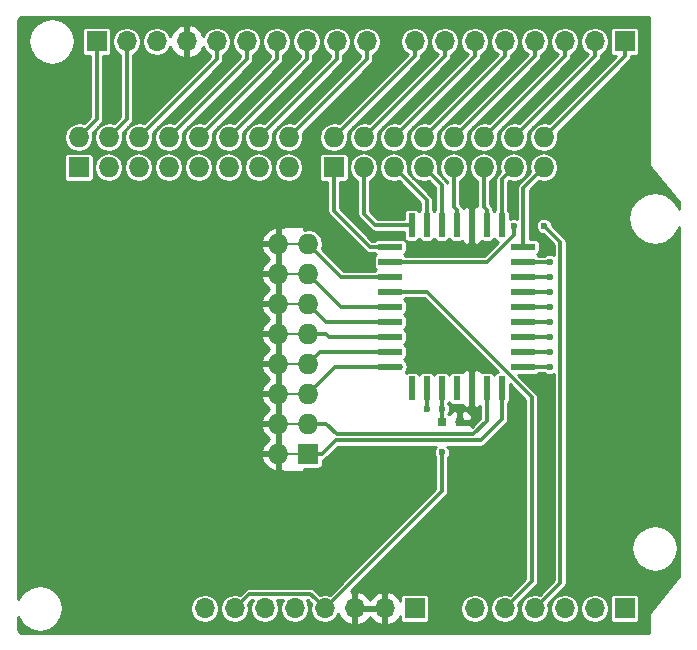
<source format=gtl>
G04 #@! TF.FileFunction,Copper,L1,Top,Signal*
%FSLAX46Y46*%
G04 Gerber Fmt 4.6, Leading zero omitted, Abs format (unit mm)*
G04 Created by KiCad (PCBNEW 4.0.5+dfsg1-4) date Fri Nov  2 19:26:51 2018*
%MOMM*%
%LPD*%
G01*
G04 APERTURE LIST*
%ADD10C,0.100000*%
%ADD11C,0.600000*%
%ADD12R,1.727200X1.727200*%
%ADD13O,1.727200X1.727200*%
%ADD14R,1.700000X1.700000*%
%ADD15O,1.700000X1.700000*%
%ADD16R,0.800000X0.750000*%
%ADD17R,0.584200X2.006600*%
%ADD18R,2.006600X0.584200*%
%ADD19C,0.152400*%
%ADD20C,0.304800*%
%ADD21C,0.254000*%
G04 APERTURE END LIST*
D10*
D11*
X163830000Y-105537000D03*
D12*
X153162000Y-85090000D03*
D13*
X153162000Y-82550000D03*
X155702000Y-85090000D03*
X155702000Y-82550000D03*
X158242000Y-85090000D03*
X158242000Y-82550000D03*
X160782000Y-85090000D03*
X160782000Y-82550000D03*
X163322000Y-85090000D03*
X163322000Y-82550000D03*
X165862000Y-85090000D03*
X165862000Y-82550000D03*
X168402000Y-85090000D03*
X168402000Y-82550000D03*
X170942000Y-85090000D03*
X170942000Y-82550000D03*
D14*
X177800000Y-122428000D03*
D15*
X175260000Y-122428000D03*
X172720000Y-122428000D03*
X170180000Y-122428000D03*
X167640000Y-122428000D03*
X165100000Y-122428000D03*
D14*
X177800000Y-74422000D03*
D15*
X175260000Y-74422000D03*
X172720000Y-74422000D03*
X170180000Y-74422000D03*
X167640000Y-74422000D03*
X165100000Y-74422000D03*
X162560000Y-74422000D03*
X160020000Y-74422000D03*
D14*
X160020000Y-122428000D03*
D15*
X157480000Y-122428000D03*
X154940000Y-122428000D03*
X152400000Y-122428000D03*
X149860000Y-122428000D03*
X147320000Y-122428000D03*
X144780000Y-122428000D03*
X142240000Y-122428000D03*
D14*
X133096000Y-74422000D03*
D15*
X135636000Y-74422000D03*
X138176000Y-74422000D03*
X140716000Y-74422000D03*
X143256000Y-74422000D03*
X145796000Y-74422000D03*
X148336000Y-74422000D03*
X150876000Y-74422000D03*
X153416000Y-74422000D03*
X155956000Y-74422000D03*
D16*
X163818000Y-106680000D03*
X162318000Y-106680000D03*
D12*
X151003000Y-109347000D03*
D13*
X148463000Y-109347000D03*
X151003000Y-106807000D03*
X148463000Y-106807000D03*
X151003000Y-104267000D03*
X148463000Y-104267000D03*
X151003000Y-101727000D03*
X148463000Y-101727000D03*
X151003000Y-99187000D03*
X148463000Y-99187000D03*
X151003000Y-96647000D03*
X148463000Y-96647000D03*
X151003000Y-94107000D03*
X148463000Y-94107000D03*
X151003000Y-91567000D03*
X148463000Y-91567000D03*
D12*
X131572000Y-85090000D03*
D13*
X131572000Y-82550000D03*
X134112000Y-85090000D03*
X134112000Y-82550000D03*
X136652000Y-85090000D03*
X136652000Y-82550000D03*
X139192000Y-85090000D03*
X139192000Y-82550000D03*
X141732000Y-85090000D03*
X141732000Y-82550000D03*
X144272000Y-85090000D03*
X144272000Y-82550000D03*
X146812000Y-85090000D03*
X146812000Y-82550000D03*
X149352000Y-85090000D03*
X149352000Y-82550000D03*
D11*
X164846000Y-86741000D03*
D17*
X163576000Y-103809800D03*
X164846000Y-103809800D03*
X166116000Y-103809800D03*
X167386000Y-103809800D03*
D18*
X169214800Y-101981000D03*
X169214800Y-100711000D03*
X169214800Y-99441000D03*
X169214800Y-98171000D03*
X169214800Y-96901000D03*
X169214800Y-95631000D03*
X169214800Y-94361000D03*
X169214800Y-93091000D03*
X169214800Y-91821000D03*
D17*
X167386000Y-89992200D03*
X166116000Y-89992200D03*
X164846000Y-89992200D03*
X163576000Y-89992200D03*
X162306000Y-89992200D03*
X161036000Y-89992200D03*
X159766000Y-89992200D03*
D18*
X157937200Y-91821000D03*
X157937200Y-93091000D03*
X157937200Y-94361000D03*
X157937200Y-95631000D03*
X157937200Y-96901000D03*
X157937200Y-98171000D03*
X157937200Y-99441000D03*
X157937200Y-100711000D03*
X157937200Y-101981000D03*
D17*
X159766000Y-103809800D03*
X161036000Y-103809800D03*
X162306000Y-103809800D03*
D11*
X162306000Y-109220000D03*
X162306000Y-105537000D03*
X161036000Y-105537000D03*
X170942000Y-90043000D03*
X168402000Y-90043000D03*
X171450000Y-101981000D03*
X171450000Y-100711000D03*
X171450000Y-99441000D03*
X171450000Y-98171000D03*
X171450000Y-96901000D03*
X171450000Y-95631000D03*
X171450000Y-94361000D03*
X171450000Y-93091000D03*
D19*
X151003000Y-109347000D02*
X148463000Y-109347000D01*
X151003000Y-106807000D02*
X148463000Y-106807000D01*
X151003000Y-104267000D02*
X148463000Y-104267000D01*
X151003000Y-101727000D02*
X148463000Y-101727000D01*
X151003000Y-99187000D02*
X148463000Y-99187000D01*
X151003000Y-96647000D02*
X148463000Y-96647000D01*
X151003000Y-94107000D02*
X148463000Y-94107000D01*
X151003000Y-91567000D02*
X148463000Y-91567000D01*
D20*
X163564500Y-106656500D02*
X163588000Y-106680000D01*
X162306000Y-105537000D02*
X162306000Y-106668000D01*
X162306000Y-106668000D02*
X162318000Y-106680000D01*
X162306000Y-103809800D02*
X162306000Y-105537000D01*
X152400000Y-122428000D02*
X162306000Y-112522000D01*
X162306000Y-112522000D02*
X162306000Y-109220000D01*
X144780000Y-122428000D02*
X145985601Y-121222399D01*
X145985601Y-121222399D02*
X151194399Y-121222399D01*
X151194399Y-121222399D02*
X151550001Y-121578001D01*
X151550001Y-121578001D02*
X152400000Y-122428000D01*
X133096000Y-74422000D02*
X133096000Y-81026000D01*
X133096000Y-81026000D02*
X131572000Y-82550000D01*
X135636000Y-74422000D02*
X135636000Y-81026000D01*
X135636000Y-81026000D02*
X134112000Y-82550000D01*
X161036000Y-105537000D02*
X161036000Y-103809800D01*
X172339000Y-120269000D02*
X172339000Y-91440000D01*
X172339000Y-91440000D02*
X170942000Y-90043000D01*
X171029999Y-121578001D02*
X172339000Y-120269000D01*
X170180000Y-122428000D02*
X171029999Y-121578001D01*
X160655000Y-93091000D02*
X166131242Y-93091000D01*
X166131242Y-93091000D02*
X168402000Y-90820242D01*
X168402000Y-90820242D02*
X168402000Y-90043000D01*
X157937200Y-93091000D02*
X160655000Y-93091000D01*
X157937200Y-93091000D02*
X158648400Y-93091000D01*
X161020758Y-95631000D02*
X157937200Y-95631000D01*
X161020758Y-95631000D02*
X169926000Y-104536242D01*
X169926000Y-104536242D02*
X169926000Y-120142000D01*
X169926000Y-120142000D02*
X167640000Y-122428000D01*
X155956000Y-74422000D02*
X155956000Y-75946000D01*
X155956000Y-75946000D02*
X149352000Y-82550000D01*
X153416000Y-74422000D02*
X153416000Y-75946000D01*
X153416000Y-75946000D02*
X146812000Y-82550000D01*
X150876000Y-74422000D02*
X150876000Y-75946000D01*
X150876000Y-75946000D02*
X144272000Y-82550000D01*
X148336000Y-74422000D02*
X148336000Y-75946000D01*
X148336000Y-75946000D02*
X141732000Y-82550000D01*
X145796000Y-74422000D02*
X145796000Y-75946000D01*
X145796000Y-75946000D02*
X139192000Y-82550000D01*
X143256000Y-74422000D02*
X143256000Y-75946000D01*
X143256000Y-75946000D02*
X136652000Y-82550000D01*
X170942000Y-82550000D02*
X177800000Y-75692000D01*
X177800000Y-75692000D02*
X177800000Y-74422000D01*
X175260000Y-74422000D02*
X175260000Y-75692000D01*
X175260000Y-75692000D02*
X168402000Y-82550000D01*
X172720000Y-74422000D02*
X172720000Y-75692000D01*
X172720000Y-75692000D02*
X165862000Y-82550000D01*
X170180000Y-74422000D02*
X170180000Y-75692000D01*
X170180000Y-75692000D02*
X163322000Y-82550000D01*
X167640000Y-74422000D02*
X167640000Y-75692000D01*
X167640000Y-75692000D02*
X160782000Y-82550000D01*
X162560000Y-74422000D02*
X162560000Y-75692000D01*
X162560000Y-75692000D02*
X155702000Y-82550000D01*
X160020000Y-74422000D02*
X160020000Y-75692000D01*
X160020000Y-75692000D02*
X153162000Y-82550000D01*
X165100000Y-74422000D02*
X165100000Y-75692000D01*
X165100000Y-75692000D02*
X158242000Y-82550000D01*
X151003000Y-109347000D02*
X152171400Y-109347000D01*
X165608000Y-108204011D02*
X167386000Y-106426011D01*
X152171400Y-109347000D02*
X153314389Y-108204011D01*
X153314389Y-108204011D02*
X165608000Y-108204011D01*
X167386000Y-106426011D02*
X167386000Y-103809800D01*
X166116000Y-106553000D02*
X166116000Y-103809800D01*
X166116000Y-106553000D02*
X164973000Y-107696000D01*
X164973000Y-107696000D02*
X153416000Y-107696000D01*
X153416000Y-107696000D02*
X152527000Y-106807000D01*
X152527000Y-106807000D02*
X151003000Y-106807000D01*
X157937200Y-101981000D02*
X153289000Y-101981000D01*
X153289000Y-101981000D02*
X151003000Y-104267000D01*
X157609700Y-101981000D02*
X158877000Y-101981000D01*
X157937200Y-100711000D02*
X152019000Y-100711000D01*
X152019000Y-100711000D02*
X151003000Y-101727000D01*
X169522000Y-101981000D02*
X171450000Y-101981000D01*
X169522000Y-100711000D02*
X171450000Y-100711000D01*
X171450000Y-99441000D02*
X169522000Y-99441000D01*
X171450000Y-98171000D02*
X169522000Y-98171000D01*
X171450000Y-96901000D02*
X169522000Y-96901000D01*
X171450000Y-95631000D02*
X169522000Y-95631000D01*
X171450000Y-94361000D02*
X169522000Y-94361000D01*
X171450000Y-93091000D02*
X169522000Y-93091000D01*
X152781000Y-99441000D02*
X152527000Y-99187000D01*
X152527000Y-99187000D02*
X151003000Y-99187000D01*
X157937200Y-99441000D02*
X152781000Y-99441000D01*
X157937200Y-98171000D02*
X152527000Y-98171000D01*
X152527000Y-98171000D02*
X151003000Y-96647000D01*
X157937200Y-96901000D02*
X153797000Y-96901000D01*
X153797000Y-96901000D02*
X151003000Y-94107000D01*
X157937200Y-94361000D02*
X153797000Y-94361000D01*
X153797000Y-94361000D02*
X151003000Y-91567000D01*
X157937200Y-91821000D02*
X156210000Y-91821000D01*
X156210000Y-91821000D02*
X153162000Y-88773000D01*
X153162000Y-88773000D02*
X153162000Y-85090000D01*
X155702000Y-89027000D02*
X156667200Y-89992200D01*
X156667200Y-89992200D02*
X159766000Y-89992200D01*
X155702000Y-85090000D02*
X155702000Y-89027000D01*
X155702000Y-85128100D02*
X155702000Y-85090000D01*
X161036000Y-89992200D02*
X161036000Y-87884000D01*
X161036000Y-87884000D02*
X158242000Y-85090000D01*
X161036000Y-89281000D02*
X161036000Y-89992200D01*
X162306000Y-89992200D02*
X162306000Y-86614000D01*
X162306000Y-86614000D02*
X160782000Y-85090000D01*
X163322000Y-88430100D02*
X163322000Y-85090000D01*
X163576000Y-89992200D02*
X163576000Y-88684100D01*
X163576000Y-88684100D02*
X163322000Y-88430100D01*
X163564500Y-85332500D02*
X163322000Y-85090000D01*
X165862000Y-88430100D02*
X165862000Y-85090000D01*
X166116000Y-89992200D02*
X166116000Y-88684100D01*
X166116000Y-88684100D02*
X165862000Y-88430100D01*
X166104500Y-85332500D02*
X165862000Y-85090000D01*
X167386000Y-89992200D02*
X167386000Y-86106000D01*
X167386000Y-86106000D02*
X168402000Y-85090000D01*
X169214800Y-91821000D02*
X169214800Y-86817200D01*
X169214800Y-86817200D02*
X170942000Y-85090000D01*
D21*
G36*
X179884000Y-84836000D02*
X179897397Y-84903350D01*
X179904642Y-84971645D01*
X179914633Y-84990004D01*
X179918711Y-85010504D01*
X179956865Y-85067606D01*
X179989691Y-85127924D01*
X182424000Y-88049095D01*
X182424000Y-88653898D01*
X182403947Y-88553085D01*
X181919677Y-87828323D01*
X181194915Y-87344053D01*
X180340000Y-87174000D01*
X179485085Y-87344053D01*
X178760323Y-87828323D01*
X178276053Y-88553085D01*
X178106000Y-89408000D01*
X178276053Y-90262915D01*
X178760323Y-90987677D01*
X179485085Y-91471947D01*
X180340000Y-91642000D01*
X181194915Y-91471947D01*
X181919677Y-90987677D01*
X182403947Y-90262915D01*
X182424000Y-90162102D01*
X182424000Y-119722905D01*
X179989691Y-122644076D01*
X179956865Y-122704394D01*
X179918711Y-122761496D01*
X179914633Y-122781996D01*
X179904642Y-122800355D01*
X179897397Y-122868650D01*
X179884000Y-122936000D01*
X179884000Y-124512000D01*
X126680881Y-124512000D01*
X126440000Y-124271118D01*
X126440000Y-123182098D01*
X126440719Y-123185713D01*
X126869929Y-123828071D01*
X127512287Y-124257281D01*
X128270000Y-124408000D01*
X129027713Y-124257281D01*
X129670071Y-123828071D01*
X130099281Y-123185713D01*
X130250000Y-122428000D01*
X130245203Y-122403883D01*
X141009000Y-122403883D01*
X141009000Y-122452117D01*
X141102704Y-122923200D01*
X141369552Y-123322565D01*
X141768917Y-123589413D01*
X142240000Y-123683117D01*
X142711083Y-123589413D01*
X143110448Y-123322565D01*
X143377296Y-122923200D01*
X143471000Y-122452117D01*
X143471000Y-122403883D01*
X143549000Y-122403883D01*
X143549000Y-122452117D01*
X143642704Y-122923200D01*
X143909552Y-123322565D01*
X144308917Y-123589413D01*
X144780000Y-123683117D01*
X145251083Y-123589413D01*
X145650448Y-123322565D01*
X145917296Y-122923200D01*
X146011000Y-122452117D01*
X146011000Y-122403883D01*
X145935919Y-122026423D01*
X146206543Y-121755799D01*
X146300973Y-121755799D01*
X146182704Y-121932800D01*
X146089000Y-122403883D01*
X146089000Y-122452117D01*
X146182704Y-122923200D01*
X146449552Y-123322565D01*
X146848917Y-123589413D01*
X147320000Y-123683117D01*
X147791083Y-123589413D01*
X148190448Y-123322565D01*
X148457296Y-122923200D01*
X148551000Y-122452117D01*
X148551000Y-122403883D01*
X148457296Y-121932800D01*
X148339027Y-121755799D01*
X148840973Y-121755799D01*
X148722704Y-121932800D01*
X148629000Y-122403883D01*
X148629000Y-122452117D01*
X148722704Y-122923200D01*
X148989552Y-123322565D01*
X149388917Y-123589413D01*
X149860000Y-123683117D01*
X150331083Y-123589413D01*
X150730448Y-123322565D01*
X150997296Y-122923200D01*
X151091000Y-122452117D01*
X151091000Y-122403883D01*
X150997296Y-121932800D01*
X150879027Y-121755799D01*
X150973457Y-121755799D01*
X151244081Y-122026423D01*
X151169000Y-122403883D01*
X151169000Y-122452117D01*
X151262704Y-122923200D01*
X151529552Y-123322565D01*
X151928917Y-123589413D01*
X152400000Y-123683117D01*
X152871083Y-123589413D01*
X153270448Y-123322565D01*
X153537296Y-122923200D01*
X153545083Y-122884053D01*
X153744817Y-123309358D01*
X154173076Y-123699645D01*
X154583110Y-123869476D01*
X154813000Y-123748155D01*
X154813000Y-122555000D01*
X155067000Y-122555000D01*
X155067000Y-123748155D01*
X155296890Y-123869476D01*
X155706924Y-123699645D01*
X156135183Y-123309358D01*
X156210000Y-123150046D01*
X156284817Y-123309358D01*
X156713076Y-123699645D01*
X157123110Y-123869476D01*
X157353000Y-123748155D01*
X157353000Y-122555000D01*
X155067000Y-122555000D01*
X154813000Y-122555000D01*
X154793000Y-122555000D01*
X154793000Y-122301000D01*
X154813000Y-122301000D01*
X154813000Y-121107845D01*
X155067000Y-121107845D01*
X155067000Y-122301000D01*
X157353000Y-122301000D01*
X157353000Y-121107845D01*
X157607000Y-121107845D01*
X157607000Y-122301000D01*
X157627000Y-122301000D01*
X157627000Y-122555000D01*
X157607000Y-122555000D01*
X157607000Y-123748155D01*
X157836890Y-123869476D01*
X158246924Y-123699645D01*
X158675183Y-123309358D01*
X158781536Y-123082895D01*
X158781536Y-123278000D01*
X158808103Y-123419190D01*
X158891546Y-123548865D01*
X159018866Y-123635859D01*
X159170000Y-123666464D01*
X160870000Y-123666464D01*
X161011190Y-123639897D01*
X161140865Y-123556454D01*
X161227859Y-123429134D01*
X161258464Y-123278000D01*
X161258464Y-122403883D01*
X163869000Y-122403883D01*
X163869000Y-122452117D01*
X163962704Y-122923200D01*
X164229552Y-123322565D01*
X164628917Y-123589413D01*
X165100000Y-123683117D01*
X165571083Y-123589413D01*
X165970448Y-123322565D01*
X166237296Y-122923200D01*
X166331000Y-122452117D01*
X166331000Y-122403883D01*
X166237296Y-121932800D01*
X165970448Y-121533435D01*
X165571083Y-121266587D01*
X165100000Y-121172883D01*
X164628917Y-121266587D01*
X164229552Y-121533435D01*
X163962704Y-121932800D01*
X163869000Y-122403883D01*
X161258464Y-122403883D01*
X161258464Y-121578000D01*
X161231897Y-121436810D01*
X161148454Y-121307135D01*
X161021134Y-121220141D01*
X160870000Y-121189536D01*
X159170000Y-121189536D01*
X159028810Y-121216103D01*
X158899135Y-121299546D01*
X158812141Y-121426866D01*
X158781536Y-121578000D01*
X158781536Y-121773105D01*
X158675183Y-121546642D01*
X158246924Y-121156355D01*
X157836890Y-120986524D01*
X157607000Y-121107845D01*
X157353000Y-121107845D01*
X157123110Y-120986524D01*
X156713076Y-121156355D01*
X156284817Y-121546642D01*
X156210000Y-121705954D01*
X156135183Y-121546642D01*
X155706924Y-121156355D01*
X155296890Y-120986524D01*
X155067000Y-121107845D01*
X154813000Y-121107845D01*
X154591428Y-120990914D01*
X162683168Y-112899173D01*
X162683171Y-112899171D01*
X162798797Y-112726123D01*
X162839401Y-112522000D01*
X162839400Y-112521995D01*
X162839400Y-109649770D01*
X162882987Y-109606259D01*
X162986882Y-109356054D01*
X162987118Y-109085135D01*
X162883661Y-108834748D01*
X162786493Y-108737411D01*
X165608000Y-108737411D01*
X165812123Y-108696808D01*
X165985171Y-108581182D01*
X167763171Y-106803182D01*
X167878797Y-106630134D01*
X167919401Y-106426011D01*
X167919400Y-106426006D01*
X167919400Y-105110578D01*
X167948965Y-105091554D01*
X168035959Y-104964234D01*
X168066564Y-104813100D01*
X168066564Y-103431148D01*
X169392600Y-104757184D01*
X169392600Y-119921058D01*
X168057691Y-121255967D01*
X167640000Y-121172883D01*
X167168917Y-121266587D01*
X166769552Y-121533435D01*
X166502704Y-121932800D01*
X166409000Y-122403883D01*
X166409000Y-122452117D01*
X166502704Y-122923200D01*
X166769552Y-123322565D01*
X167168917Y-123589413D01*
X167640000Y-123683117D01*
X168111083Y-123589413D01*
X168510448Y-123322565D01*
X168777296Y-122923200D01*
X168871000Y-122452117D01*
X168871000Y-122403883D01*
X168795919Y-122026423D01*
X170303171Y-120519171D01*
X170418797Y-120346123D01*
X170459400Y-120142000D01*
X170459400Y-104536242D01*
X170418797Y-104332119D01*
X170303171Y-104159071D01*
X168805664Y-102661564D01*
X170218100Y-102661564D01*
X170359290Y-102634997D01*
X170488965Y-102551554D01*
X170514351Y-102514400D01*
X171020230Y-102514400D01*
X171063741Y-102557987D01*
X171313946Y-102661882D01*
X171584865Y-102662118D01*
X171805600Y-102570913D01*
X171805600Y-120048058D01*
X170597691Y-121255967D01*
X170180000Y-121172883D01*
X169708917Y-121266587D01*
X169309552Y-121533435D01*
X169042704Y-121932800D01*
X168949000Y-122403883D01*
X168949000Y-122452117D01*
X169042704Y-122923200D01*
X169309552Y-123322565D01*
X169708917Y-123589413D01*
X170180000Y-123683117D01*
X170651083Y-123589413D01*
X171050448Y-123322565D01*
X171317296Y-122923200D01*
X171411000Y-122452117D01*
X171411000Y-122403883D01*
X171489000Y-122403883D01*
X171489000Y-122452117D01*
X171582704Y-122923200D01*
X171849552Y-123322565D01*
X172248917Y-123589413D01*
X172720000Y-123683117D01*
X173191083Y-123589413D01*
X173590448Y-123322565D01*
X173857296Y-122923200D01*
X173951000Y-122452117D01*
X173951000Y-122403883D01*
X174029000Y-122403883D01*
X174029000Y-122452117D01*
X174122704Y-122923200D01*
X174389552Y-123322565D01*
X174788917Y-123589413D01*
X175260000Y-123683117D01*
X175731083Y-123589413D01*
X176130448Y-123322565D01*
X176397296Y-122923200D01*
X176491000Y-122452117D01*
X176491000Y-122403883D01*
X176397296Y-121932800D01*
X176160226Y-121578000D01*
X176561536Y-121578000D01*
X176561536Y-123278000D01*
X176588103Y-123419190D01*
X176671546Y-123548865D01*
X176798866Y-123635859D01*
X176950000Y-123666464D01*
X178650000Y-123666464D01*
X178791190Y-123639897D01*
X178920865Y-123556454D01*
X179007859Y-123429134D01*
X179038464Y-123278000D01*
X179038464Y-121578000D01*
X179011897Y-121436810D01*
X178928454Y-121307135D01*
X178801134Y-121220141D01*
X178650000Y-121189536D01*
X176950000Y-121189536D01*
X176808810Y-121216103D01*
X176679135Y-121299546D01*
X176592141Y-121426866D01*
X176561536Y-121578000D01*
X176160226Y-121578000D01*
X176130448Y-121533435D01*
X175731083Y-121266587D01*
X175260000Y-121172883D01*
X174788917Y-121266587D01*
X174389552Y-121533435D01*
X174122704Y-121932800D01*
X174029000Y-122403883D01*
X173951000Y-122403883D01*
X173857296Y-121932800D01*
X173590448Y-121533435D01*
X173191083Y-121266587D01*
X172720000Y-121172883D01*
X172248917Y-121266587D01*
X171849552Y-121533435D01*
X171582704Y-121932800D01*
X171489000Y-122403883D01*
X171411000Y-122403883D01*
X171335919Y-122026423D01*
X172716171Y-120646171D01*
X172831797Y-120473123D01*
X172872400Y-120269000D01*
X172872400Y-117348000D01*
X178360000Y-117348000D01*
X178510719Y-118105713D01*
X178939929Y-118748071D01*
X179582287Y-119177281D01*
X180340000Y-119328000D01*
X181097713Y-119177281D01*
X181740071Y-118748071D01*
X182169281Y-118105713D01*
X182320000Y-117348000D01*
X182169281Y-116590287D01*
X181740071Y-115947929D01*
X181097713Y-115518719D01*
X180340000Y-115368000D01*
X179582287Y-115518719D01*
X178939929Y-115947929D01*
X178510719Y-116590287D01*
X178360000Y-117348000D01*
X172872400Y-117348000D01*
X172872400Y-91440000D01*
X172847146Y-91313039D01*
X172831797Y-91235876D01*
X172716171Y-91062829D01*
X171623064Y-89969722D01*
X171623118Y-89908135D01*
X171519661Y-89657748D01*
X171328259Y-89466013D01*
X171078054Y-89362118D01*
X170807135Y-89361882D01*
X170556748Y-89465339D01*
X170365013Y-89656741D01*
X170261118Y-89906946D01*
X170260882Y-90177865D01*
X170364339Y-90428252D01*
X170555741Y-90619987D01*
X170805946Y-90723882D01*
X170868595Y-90723937D01*
X171805600Y-91660942D01*
X171805600Y-92501282D01*
X171586054Y-92410118D01*
X171315135Y-92409882D01*
X171064748Y-92513339D01*
X171020410Y-92557600D01*
X170515578Y-92557600D01*
X170496554Y-92528035D01*
X170390005Y-92455233D01*
X170488965Y-92391554D01*
X170575959Y-92264234D01*
X170606564Y-92113100D01*
X170606564Y-91528900D01*
X170579997Y-91387710D01*
X170496554Y-91258035D01*
X170369234Y-91171041D01*
X170218100Y-91140436D01*
X169748200Y-91140436D01*
X169748200Y-87038142D01*
X170512744Y-86273598D01*
X170942000Y-86358983D01*
X171418288Y-86264243D01*
X171822065Y-85994448D01*
X172091860Y-85590671D01*
X172186600Y-85114383D01*
X172186600Y-85065617D01*
X172091860Y-84589329D01*
X171822065Y-84185552D01*
X171418288Y-83915757D01*
X170942000Y-83821017D01*
X170465712Y-83915757D01*
X170061935Y-84185552D01*
X169792140Y-84589329D01*
X169697400Y-85065617D01*
X169697400Y-85114383D01*
X169774694Y-85502964D01*
X168837629Y-86440029D01*
X168722003Y-86613077D01*
X168681400Y-86817200D01*
X168681400Y-89421641D01*
X168538054Y-89362118D01*
X168267135Y-89361882D01*
X168066564Y-89444756D01*
X168066564Y-88988900D01*
X168039997Y-88847710D01*
X167956554Y-88718035D01*
X167919400Y-88692649D01*
X167919400Y-86326942D01*
X167972744Y-86273598D01*
X168402000Y-86358983D01*
X168878288Y-86264243D01*
X169282065Y-85994448D01*
X169551860Y-85590671D01*
X169646600Y-85114383D01*
X169646600Y-85065617D01*
X169551860Y-84589329D01*
X169282065Y-84185552D01*
X168878288Y-83915757D01*
X168402000Y-83821017D01*
X167925712Y-83915757D01*
X167521935Y-84185552D01*
X167252140Y-84589329D01*
X167157400Y-85065617D01*
X167157400Y-85114383D01*
X167234694Y-85502964D01*
X167008829Y-85728829D01*
X166893203Y-85901877D01*
X166852600Y-86106000D01*
X166852600Y-88691422D01*
X166823035Y-88710446D01*
X166750233Y-88816995D01*
X166686554Y-88718035D01*
X166649400Y-88692649D01*
X166649400Y-88684100D01*
X166632758Y-88600436D01*
X166608797Y-88479976D01*
X166493171Y-88306929D01*
X166395400Y-88209158D01*
X166395400Y-86226082D01*
X166742065Y-85994448D01*
X167011860Y-85590671D01*
X167106600Y-85114383D01*
X167106600Y-85065617D01*
X167011860Y-84589329D01*
X166742065Y-84185552D01*
X166338288Y-83915757D01*
X165862000Y-83821017D01*
X165385712Y-83915757D01*
X164981935Y-84185552D01*
X164712140Y-84589329D01*
X164617400Y-85065617D01*
X164617400Y-85114383D01*
X164712140Y-85590671D01*
X164981935Y-85994448D01*
X165328600Y-86226082D01*
X165328600Y-88380489D01*
X165264409Y-88353900D01*
X165131750Y-88353900D01*
X164973000Y-88512650D01*
X164973000Y-89865200D01*
X164993000Y-89865200D01*
X164993000Y-90119200D01*
X164973000Y-90119200D01*
X164973000Y-91471750D01*
X165131750Y-91630500D01*
X165264409Y-91630500D01*
X165497798Y-91533827D01*
X165676427Y-91355199D01*
X165676847Y-91354185D01*
X165823900Y-91383964D01*
X166408100Y-91383964D01*
X166549290Y-91357397D01*
X166678965Y-91273954D01*
X166751767Y-91167405D01*
X166815446Y-91266365D01*
X166942766Y-91353359D01*
X167085614Y-91382286D01*
X165910300Y-92557600D01*
X159237978Y-92557600D01*
X159218954Y-92528035D01*
X159112405Y-92455233D01*
X159211365Y-92391554D01*
X159298359Y-92264234D01*
X159328964Y-92113100D01*
X159328964Y-91528900D01*
X159302397Y-91387710D01*
X159246966Y-91301567D01*
X159322766Y-91353359D01*
X159473900Y-91383964D01*
X160058100Y-91383964D01*
X160199290Y-91357397D01*
X160328965Y-91273954D01*
X160401767Y-91167405D01*
X160465446Y-91266365D01*
X160592766Y-91353359D01*
X160743900Y-91383964D01*
X161328100Y-91383964D01*
X161469290Y-91357397D01*
X161598965Y-91273954D01*
X161671767Y-91167405D01*
X161735446Y-91266365D01*
X161862766Y-91353359D01*
X162013900Y-91383964D01*
X162598100Y-91383964D01*
X162739290Y-91357397D01*
X162868965Y-91273954D01*
X162941767Y-91167405D01*
X163005446Y-91266365D01*
X163132766Y-91353359D01*
X163283900Y-91383964D01*
X163868100Y-91383964D01*
X164009290Y-91357397D01*
X164014970Y-91353742D01*
X164015573Y-91355199D01*
X164194202Y-91533827D01*
X164427591Y-91630500D01*
X164560250Y-91630500D01*
X164719000Y-91471750D01*
X164719000Y-90119200D01*
X164699000Y-90119200D01*
X164699000Y-89865200D01*
X164719000Y-89865200D01*
X164719000Y-88512650D01*
X164560250Y-88353900D01*
X164427591Y-88353900D01*
X164194202Y-88450573D01*
X164084725Y-88560050D01*
X164068797Y-88479976D01*
X163953171Y-88306929D01*
X163855400Y-88209158D01*
X163855400Y-86226082D01*
X164202065Y-85994448D01*
X164471860Y-85590671D01*
X164566600Y-85114383D01*
X164566600Y-85065617D01*
X164471860Y-84589329D01*
X164202065Y-84185552D01*
X163798288Y-83915757D01*
X163322000Y-83821017D01*
X162845712Y-83915757D01*
X162441935Y-84185552D01*
X162172140Y-84589329D01*
X162077400Y-85065617D01*
X162077400Y-85114383D01*
X162172140Y-85590671D01*
X162441935Y-85994448D01*
X162788600Y-86226082D01*
X162788600Y-86394615D01*
X162752484Y-86340563D01*
X162683171Y-86236829D01*
X162683168Y-86236827D01*
X161949306Y-85502965D01*
X162026600Y-85114383D01*
X162026600Y-85065617D01*
X161931860Y-84589329D01*
X161662065Y-84185552D01*
X161258288Y-83915757D01*
X160782000Y-83821017D01*
X160305712Y-83915757D01*
X159901935Y-84185552D01*
X159632140Y-84589329D01*
X159537400Y-85065617D01*
X159537400Y-85114383D01*
X159632140Y-85590671D01*
X159901935Y-85994448D01*
X160305712Y-86264243D01*
X160782000Y-86358983D01*
X161211257Y-86273598D01*
X161772600Y-86834941D01*
X161772600Y-88691422D01*
X161743035Y-88710446D01*
X161670233Y-88816995D01*
X161606554Y-88718035D01*
X161569400Y-88692649D01*
X161569400Y-87884005D01*
X161569401Y-87884000D01*
X161528797Y-87679877D01*
X161413171Y-87506829D01*
X159409306Y-85502964D01*
X159486600Y-85114383D01*
X159486600Y-85065617D01*
X159391860Y-84589329D01*
X159122065Y-84185552D01*
X158718288Y-83915757D01*
X158242000Y-83821017D01*
X157765712Y-83915757D01*
X157361935Y-84185552D01*
X157092140Y-84589329D01*
X156997400Y-85065617D01*
X156997400Y-85114383D01*
X157092140Y-85590671D01*
X157361935Y-85994448D01*
X157765712Y-86264243D01*
X158242000Y-86358983D01*
X158671256Y-86273598D01*
X160502600Y-88104942D01*
X160502600Y-88691422D01*
X160473035Y-88710446D01*
X160400233Y-88816995D01*
X160336554Y-88718035D01*
X160209234Y-88631041D01*
X160058100Y-88600436D01*
X159473900Y-88600436D01*
X159332710Y-88627003D01*
X159203035Y-88710446D01*
X159116041Y-88837766D01*
X159085436Y-88988900D01*
X159085436Y-89458800D01*
X156888142Y-89458800D01*
X156235400Y-88806058D01*
X156235400Y-86226082D01*
X156582065Y-85994448D01*
X156851860Y-85590671D01*
X156946600Y-85114383D01*
X156946600Y-85065617D01*
X156851860Y-84589329D01*
X156582065Y-84185552D01*
X156178288Y-83915757D01*
X155702000Y-83821017D01*
X155225712Y-83915757D01*
X154821935Y-84185552D01*
X154552140Y-84589329D01*
X154457400Y-85065617D01*
X154457400Y-85114383D01*
X154552140Y-85590671D01*
X154821935Y-85994448D01*
X155168600Y-86226082D01*
X155168600Y-89027000D01*
X155209203Y-89231123D01*
X155324829Y-89404171D01*
X156290029Y-90369371D01*
X156463077Y-90484997D01*
X156667200Y-90525600D01*
X159085436Y-90525600D01*
X159085436Y-90995500D01*
X159112003Y-91136690D01*
X159167434Y-91222833D01*
X159091634Y-91171041D01*
X158940500Y-91140436D01*
X156933900Y-91140436D01*
X156792710Y-91167003D01*
X156663035Y-91250446D01*
X156637649Y-91287600D01*
X156430942Y-91287600D01*
X153695400Y-88552058D01*
X153695400Y-86342064D01*
X154025600Y-86342064D01*
X154166790Y-86315497D01*
X154296465Y-86232054D01*
X154383459Y-86104734D01*
X154414064Y-85953600D01*
X154414064Y-84226400D01*
X154387497Y-84085210D01*
X154304054Y-83955535D01*
X154176734Y-83868541D01*
X154025600Y-83837936D01*
X152298400Y-83837936D01*
X152157210Y-83864503D01*
X152027535Y-83947946D01*
X151940541Y-84075266D01*
X151909936Y-84226400D01*
X151909936Y-85953600D01*
X151936503Y-86094790D01*
X152019946Y-86224465D01*
X152147266Y-86311459D01*
X152298400Y-86342064D01*
X152628600Y-86342064D01*
X152628600Y-88773000D01*
X152669203Y-88977123D01*
X152784829Y-89150171D01*
X155832829Y-92198171D01*
X156005877Y-92313797D01*
X156210000Y-92354400D01*
X156636422Y-92354400D01*
X156655446Y-92383965D01*
X156761995Y-92456767D01*
X156663035Y-92520446D01*
X156576041Y-92647766D01*
X156545436Y-92798900D01*
X156545436Y-93383100D01*
X156572003Y-93524290D01*
X156655446Y-93653965D01*
X156761995Y-93726767D01*
X156663035Y-93790446D01*
X156637649Y-93827600D01*
X154017942Y-93827600D01*
X152186598Y-91996256D01*
X152271983Y-91567000D01*
X152177243Y-91090712D01*
X151907448Y-90686935D01*
X151503671Y-90417140D01*
X151027383Y-90322400D01*
X150978617Y-90322400D01*
X150622000Y-90393336D01*
X150622000Y-90204240D01*
X150613315Y-90158081D01*
X150586035Y-90115687D01*
X150544410Y-90087246D01*
X150495000Y-90077240D01*
X148971000Y-90077240D01*
X148924841Y-90085925D01*
X148882447Y-90113205D01*
X148868399Y-90133765D01*
X148822027Y-90112032D01*
X148590000Y-90232531D01*
X148590000Y-91440000D01*
X148610000Y-91440000D01*
X148610000Y-91694000D01*
X148590000Y-91694000D01*
X148590000Y-93980000D01*
X148610000Y-93980000D01*
X148610000Y-94234000D01*
X148590000Y-94234000D01*
X148590000Y-96520000D01*
X148610000Y-96520000D01*
X148610000Y-96774000D01*
X148590000Y-96774000D01*
X148590000Y-99060000D01*
X148610000Y-99060000D01*
X148610000Y-99314000D01*
X148590000Y-99314000D01*
X148590000Y-101600000D01*
X148610000Y-101600000D01*
X148610000Y-101854000D01*
X148590000Y-101854000D01*
X148590000Y-104140000D01*
X148610000Y-104140000D01*
X148610000Y-104394000D01*
X148590000Y-104394000D01*
X148590000Y-106680000D01*
X148610000Y-106680000D01*
X148610000Y-106934000D01*
X148590000Y-106934000D01*
X148590000Y-109220000D01*
X148610000Y-109220000D01*
X148610000Y-109474000D01*
X148590000Y-109474000D01*
X148590000Y-110681469D01*
X148822027Y-110801968D01*
X148846322Y-110790581D01*
X148852685Y-110824399D01*
X148879965Y-110866793D01*
X148921590Y-110895234D01*
X148971000Y-110905240D01*
X150495000Y-110905240D01*
X150541159Y-110896555D01*
X150583553Y-110869275D01*
X150611994Y-110827650D01*
X150622000Y-110778240D01*
X150622000Y-110599064D01*
X151866600Y-110599064D01*
X152007790Y-110572497D01*
X152137465Y-110489054D01*
X152224459Y-110361734D01*
X152255064Y-110210600D01*
X152255064Y-109863758D01*
X152375523Y-109839797D01*
X152548571Y-109724171D01*
X153535330Y-108737411D01*
X161825511Y-108737411D01*
X161729013Y-108833741D01*
X161625118Y-109083946D01*
X161624882Y-109354865D01*
X161728339Y-109605252D01*
X161772600Y-109649590D01*
X161772600Y-112301059D01*
X152817691Y-121255967D01*
X152400000Y-121172883D01*
X151982309Y-121255967D01*
X151571570Y-120845228D01*
X151398522Y-120729602D01*
X151194399Y-120688999D01*
X145985601Y-120688999D01*
X145781477Y-120729602D01*
X145608430Y-120845228D01*
X145197691Y-121255967D01*
X144780000Y-121172883D01*
X144308917Y-121266587D01*
X143909552Y-121533435D01*
X143642704Y-121932800D01*
X143549000Y-122403883D01*
X143471000Y-122403883D01*
X143377296Y-121932800D01*
X143110448Y-121533435D01*
X142711083Y-121266587D01*
X142240000Y-121172883D01*
X141768917Y-121266587D01*
X141369552Y-121533435D01*
X141102704Y-121932800D01*
X141009000Y-122403883D01*
X130245203Y-122403883D01*
X130099281Y-121670287D01*
X129670071Y-121027929D01*
X129027713Y-120598719D01*
X128270000Y-120448000D01*
X127512287Y-120598719D01*
X126869929Y-121027929D01*
X126440719Y-121670287D01*
X126440000Y-121673902D01*
X126440000Y-109706026D01*
X147008042Y-109706026D01*
X147180312Y-110121947D01*
X147574510Y-110553821D01*
X148103973Y-110801968D01*
X148336000Y-110681469D01*
X148336000Y-109474000D01*
X147129183Y-109474000D01*
X147008042Y-109706026D01*
X126440000Y-109706026D01*
X126440000Y-107166026D01*
X147008042Y-107166026D01*
X147180312Y-107581947D01*
X147574510Y-108013821D01*
X147709313Y-108077000D01*
X147574510Y-108140179D01*
X147180312Y-108572053D01*
X147008042Y-108987974D01*
X147129183Y-109220000D01*
X148336000Y-109220000D01*
X148336000Y-106934000D01*
X147129183Y-106934000D01*
X147008042Y-107166026D01*
X126440000Y-107166026D01*
X126440000Y-104626026D01*
X147008042Y-104626026D01*
X147180312Y-105041947D01*
X147574510Y-105473821D01*
X147709313Y-105537000D01*
X147574510Y-105600179D01*
X147180312Y-106032053D01*
X147008042Y-106447974D01*
X147129183Y-106680000D01*
X148336000Y-106680000D01*
X148336000Y-104394000D01*
X147129183Y-104394000D01*
X147008042Y-104626026D01*
X126440000Y-104626026D01*
X126440000Y-102086026D01*
X147008042Y-102086026D01*
X147180312Y-102501947D01*
X147574510Y-102933821D01*
X147709313Y-102997000D01*
X147574510Y-103060179D01*
X147180312Y-103492053D01*
X147008042Y-103907974D01*
X147129183Y-104140000D01*
X148336000Y-104140000D01*
X148336000Y-101854000D01*
X147129183Y-101854000D01*
X147008042Y-102086026D01*
X126440000Y-102086026D01*
X126440000Y-99546026D01*
X147008042Y-99546026D01*
X147180312Y-99961947D01*
X147574510Y-100393821D01*
X147709313Y-100457000D01*
X147574510Y-100520179D01*
X147180312Y-100952053D01*
X147008042Y-101367974D01*
X147129183Y-101600000D01*
X148336000Y-101600000D01*
X148336000Y-99314000D01*
X147129183Y-99314000D01*
X147008042Y-99546026D01*
X126440000Y-99546026D01*
X126440000Y-97006026D01*
X147008042Y-97006026D01*
X147180312Y-97421947D01*
X147574510Y-97853821D01*
X147709313Y-97917000D01*
X147574510Y-97980179D01*
X147180312Y-98412053D01*
X147008042Y-98827974D01*
X147129183Y-99060000D01*
X148336000Y-99060000D01*
X148336000Y-96774000D01*
X147129183Y-96774000D01*
X147008042Y-97006026D01*
X126440000Y-97006026D01*
X126440000Y-94466026D01*
X147008042Y-94466026D01*
X147180312Y-94881947D01*
X147574510Y-95313821D01*
X147709313Y-95377000D01*
X147574510Y-95440179D01*
X147180312Y-95872053D01*
X147008042Y-96287974D01*
X147129183Y-96520000D01*
X148336000Y-96520000D01*
X148336000Y-94234000D01*
X147129183Y-94234000D01*
X147008042Y-94466026D01*
X126440000Y-94466026D01*
X126440000Y-91926026D01*
X147008042Y-91926026D01*
X147180312Y-92341947D01*
X147574510Y-92773821D01*
X147709313Y-92837000D01*
X147574510Y-92900179D01*
X147180312Y-93332053D01*
X147008042Y-93747974D01*
X147129183Y-93980000D01*
X148336000Y-93980000D01*
X148336000Y-91694000D01*
X147129183Y-91694000D01*
X147008042Y-91926026D01*
X126440000Y-91926026D01*
X126440000Y-91207974D01*
X147008042Y-91207974D01*
X147129183Y-91440000D01*
X148336000Y-91440000D01*
X148336000Y-90232531D01*
X148103973Y-90112032D01*
X147574510Y-90360179D01*
X147180312Y-90792053D01*
X147008042Y-91207974D01*
X126440000Y-91207974D01*
X126440000Y-84226400D01*
X130319936Y-84226400D01*
X130319936Y-85953600D01*
X130346503Y-86094790D01*
X130429946Y-86224465D01*
X130557266Y-86311459D01*
X130708400Y-86342064D01*
X132435600Y-86342064D01*
X132576790Y-86315497D01*
X132706465Y-86232054D01*
X132793459Y-86104734D01*
X132824064Y-85953600D01*
X132824064Y-85065617D01*
X132867400Y-85065617D01*
X132867400Y-85114383D01*
X132962140Y-85590671D01*
X133231935Y-85994448D01*
X133635712Y-86264243D01*
X134112000Y-86358983D01*
X134588288Y-86264243D01*
X134992065Y-85994448D01*
X135261860Y-85590671D01*
X135356600Y-85114383D01*
X135356600Y-85065617D01*
X135407400Y-85065617D01*
X135407400Y-85114383D01*
X135502140Y-85590671D01*
X135771935Y-85994448D01*
X136175712Y-86264243D01*
X136652000Y-86358983D01*
X137128288Y-86264243D01*
X137532065Y-85994448D01*
X137801860Y-85590671D01*
X137896600Y-85114383D01*
X137896600Y-85065617D01*
X137947400Y-85065617D01*
X137947400Y-85114383D01*
X138042140Y-85590671D01*
X138311935Y-85994448D01*
X138715712Y-86264243D01*
X139192000Y-86358983D01*
X139668288Y-86264243D01*
X140072065Y-85994448D01*
X140341860Y-85590671D01*
X140436600Y-85114383D01*
X140436600Y-85065617D01*
X140487400Y-85065617D01*
X140487400Y-85114383D01*
X140582140Y-85590671D01*
X140851935Y-85994448D01*
X141255712Y-86264243D01*
X141732000Y-86358983D01*
X142208288Y-86264243D01*
X142612065Y-85994448D01*
X142881860Y-85590671D01*
X142976600Y-85114383D01*
X142976600Y-85065617D01*
X143027400Y-85065617D01*
X143027400Y-85114383D01*
X143122140Y-85590671D01*
X143391935Y-85994448D01*
X143795712Y-86264243D01*
X144272000Y-86358983D01*
X144748288Y-86264243D01*
X145152065Y-85994448D01*
X145421860Y-85590671D01*
X145516600Y-85114383D01*
X145516600Y-85065617D01*
X145567400Y-85065617D01*
X145567400Y-85114383D01*
X145662140Y-85590671D01*
X145931935Y-85994448D01*
X146335712Y-86264243D01*
X146812000Y-86358983D01*
X147288288Y-86264243D01*
X147692065Y-85994448D01*
X147961860Y-85590671D01*
X148056600Y-85114383D01*
X148056600Y-85065617D01*
X148107400Y-85065617D01*
X148107400Y-85114383D01*
X148202140Y-85590671D01*
X148471935Y-85994448D01*
X148875712Y-86264243D01*
X149352000Y-86358983D01*
X149828288Y-86264243D01*
X150232065Y-85994448D01*
X150501860Y-85590671D01*
X150596600Y-85114383D01*
X150596600Y-85065617D01*
X150501860Y-84589329D01*
X150232065Y-84185552D01*
X149828288Y-83915757D01*
X149352000Y-83821017D01*
X148875712Y-83915757D01*
X148471935Y-84185552D01*
X148202140Y-84589329D01*
X148107400Y-85065617D01*
X148056600Y-85065617D01*
X147961860Y-84589329D01*
X147692065Y-84185552D01*
X147288288Y-83915757D01*
X146812000Y-83821017D01*
X146335712Y-83915757D01*
X145931935Y-84185552D01*
X145662140Y-84589329D01*
X145567400Y-85065617D01*
X145516600Y-85065617D01*
X145421860Y-84589329D01*
X145152065Y-84185552D01*
X144748288Y-83915757D01*
X144272000Y-83821017D01*
X143795712Y-83915757D01*
X143391935Y-84185552D01*
X143122140Y-84589329D01*
X143027400Y-85065617D01*
X142976600Y-85065617D01*
X142881860Y-84589329D01*
X142612065Y-84185552D01*
X142208288Y-83915757D01*
X141732000Y-83821017D01*
X141255712Y-83915757D01*
X140851935Y-84185552D01*
X140582140Y-84589329D01*
X140487400Y-85065617D01*
X140436600Y-85065617D01*
X140341860Y-84589329D01*
X140072065Y-84185552D01*
X139668288Y-83915757D01*
X139192000Y-83821017D01*
X138715712Y-83915757D01*
X138311935Y-84185552D01*
X138042140Y-84589329D01*
X137947400Y-85065617D01*
X137896600Y-85065617D01*
X137801860Y-84589329D01*
X137532065Y-84185552D01*
X137128288Y-83915757D01*
X136652000Y-83821017D01*
X136175712Y-83915757D01*
X135771935Y-84185552D01*
X135502140Y-84589329D01*
X135407400Y-85065617D01*
X135356600Y-85065617D01*
X135261860Y-84589329D01*
X134992065Y-84185552D01*
X134588288Y-83915757D01*
X134112000Y-83821017D01*
X133635712Y-83915757D01*
X133231935Y-84185552D01*
X132962140Y-84589329D01*
X132867400Y-85065617D01*
X132824064Y-85065617D01*
X132824064Y-84226400D01*
X132797497Y-84085210D01*
X132714054Y-83955535D01*
X132586734Y-83868541D01*
X132435600Y-83837936D01*
X130708400Y-83837936D01*
X130567210Y-83864503D01*
X130437535Y-83947946D01*
X130350541Y-84075266D01*
X130319936Y-84226400D01*
X126440000Y-84226400D01*
X126440000Y-82525617D01*
X130327400Y-82525617D01*
X130327400Y-82574383D01*
X130422140Y-83050671D01*
X130691935Y-83454448D01*
X131095712Y-83724243D01*
X131572000Y-83818983D01*
X132048288Y-83724243D01*
X132452065Y-83454448D01*
X132721860Y-83050671D01*
X132816600Y-82574383D01*
X132816600Y-82525617D01*
X132867400Y-82525617D01*
X132867400Y-82574383D01*
X132962140Y-83050671D01*
X133231935Y-83454448D01*
X133635712Y-83724243D01*
X134112000Y-83818983D01*
X134588288Y-83724243D01*
X134992065Y-83454448D01*
X135261860Y-83050671D01*
X135356600Y-82574383D01*
X135356600Y-82525617D01*
X135407400Y-82525617D01*
X135407400Y-82574383D01*
X135502140Y-83050671D01*
X135771935Y-83454448D01*
X136175712Y-83724243D01*
X136652000Y-83818983D01*
X137128288Y-83724243D01*
X137532065Y-83454448D01*
X137801860Y-83050671D01*
X137896600Y-82574383D01*
X137896600Y-82525617D01*
X137947400Y-82525617D01*
X137947400Y-82574383D01*
X138042140Y-83050671D01*
X138311935Y-83454448D01*
X138715712Y-83724243D01*
X139192000Y-83818983D01*
X139668288Y-83724243D01*
X140072065Y-83454448D01*
X140341860Y-83050671D01*
X140436600Y-82574383D01*
X140436600Y-82525617D01*
X140487400Y-82525617D01*
X140487400Y-82574383D01*
X140582140Y-83050671D01*
X140851935Y-83454448D01*
X141255712Y-83724243D01*
X141732000Y-83818983D01*
X142208288Y-83724243D01*
X142612065Y-83454448D01*
X142881860Y-83050671D01*
X142976600Y-82574383D01*
X142976600Y-82525617D01*
X143027400Y-82525617D01*
X143027400Y-82574383D01*
X143122140Y-83050671D01*
X143391935Y-83454448D01*
X143795712Y-83724243D01*
X144272000Y-83818983D01*
X144748288Y-83724243D01*
X145152065Y-83454448D01*
X145421860Y-83050671D01*
X145516600Y-82574383D01*
X145516600Y-82525617D01*
X145567400Y-82525617D01*
X145567400Y-82574383D01*
X145662140Y-83050671D01*
X145931935Y-83454448D01*
X146335712Y-83724243D01*
X146812000Y-83818983D01*
X147288288Y-83724243D01*
X147692065Y-83454448D01*
X147961860Y-83050671D01*
X148056600Y-82574383D01*
X148056600Y-82525617D01*
X148107400Y-82525617D01*
X148107400Y-82574383D01*
X148202140Y-83050671D01*
X148471935Y-83454448D01*
X148875712Y-83724243D01*
X149352000Y-83818983D01*
X149828288Y-83724243D01*
X150232065Y-83454448D01*
X150501860Y-83050671D01*
X150596600Y-82574383D01*
X150596600Y-82525617D01*
X151917400Y-82525617D01*
X151917400Y-82574383D01*
X152012140Y-83050671D01*
X152281935Y-83454448D01*
X152685712Y-83724243D01*
X153162000Y-83818983D01*
X153638288Y-83724243D01*
X154042065Y-83454448D01*
X154311860Y-83050671D01*
X154406600Y-82574383D01*
X154406600Y-82525617D01*
X154457400Y-82525617D01*
X154457400Y-82574383D01*
X154552140Y-83050671D01*
X154821935Y-83454448D01*
X155225712Y-83724243D01*
X155702000Y-83818983D01*
X156178288Y-83724243D01*
X156582065Y-83454448D01*
X156851860Y-83050671D01*
X156946600Y-82574383D01*
X156946600Y-82525617D01*
X156997400Y-82525617D01*
X156997400Y-82574383D01*
X157092140Y-83050671D01*
X157361935Y-83454448D01*
X157765712Y-83724243D01*
X158242000Y-83818983D01*
X158718288Y-83724243D01*
X159122065Y-83454448D01*
X159391860Y-83050671D01*
X159486600Y-82574383D01*
X159486600Y-82525617D01*
X159537400Y-82525617D01*
X159537400Y-82574383D01*
X159632140Y-83050671D01*
X159901935Y-83454448D01*
X160305712Y-83724243D01*
X160782000Y-83818983D01*
X161258288Y-83724243D01*
X161662065Y-83454448D01*
X161931860Y-83050671D01*
X162026600Y-82574383D01*
X162026600Y-82525617D01*
X162077400Y-82525617D01*
X162077400Y-82574383D01*
X162172140Y-83050671D01*
X162441935Y-83454448D01*
X162845712Y-83724243D01*
X163322000Y-83818983D01*
X163798288Y-83724243D01*
X164202065Y-83454448D01*
X164471860Y-83050671D01*
X164566600Y-82574383D01*
X164566600Y-82525617D01*
X164617400Y-82525617D01*
X164617400Y-82574383D01*
X164712140Y-83050671D01*
X164981935Y-83454448D01*
X165385712Y-83724243D01*
X165862000Y-83818983D01*
X166338288Y-83724243D01*
X166742065Y-83454448D01*
X167011860Y-83050671D01*
X167106600Y-82574383D01*
X167106600Y-82525617D01*
X167157400Y-82525617D01*
X167157400Y-82574383D01*
X167252140Y-83050671D01*
X167521935Y-83454448D01*
X167925712Y-83724243D01*
X168402000Y-83818983D01*
X168878288Y-83724243D01*
X169282065Y-83454448D01*
X169551860Y-83050671D01*
X169646600Y-82574383D01*
X169646600Y-82525617D01*
X169697400Y-82525617D01*
X169697400Y-82574383D01*
X169792140Y-83050671D01*
X170061935Y-83454448D01*
X170465712Y-83724243D01*
X170942000Y-83818983D01*
X171418288Y-83724243D01*
X171822065Y-83454448D01*
X172091860Y-83050671D01*
X172186600Y-82574383D01*
X172186600Y-82525617D01*
X172109306Y-82137036D01*
X178177168Y-76069173D01*
X178177171Y-76069171D01*
X178292797Y-75896123D01*
X178307527Y-75822071D01*
X178333401Y-75692000D01*
X178333400Y-75691995D01*
X178333400Y-75660464D01*
X178650000Y-75660464D01*
X178791190Y-75633897D01*
X178920865Y-75550454D01*
X179007859Y-75423134D01*
X179038464Y-75272000D01*
X179038464Y-73572000D01*
X179011897Y-73430810D01*
X178928454Y-73301135D01*
X178801134Y-73214141D01*
X178650000Y-73183536D01*
X176950000Y-73183536D01*
X176808810Y-73210103D01*
X176679135Y-73293546D01*
X176592141Y-73420866D01*
X176561536Y-73572000D01*
X176561536Y-75272000D01*
X176588103Y-75413190D01*
X176671546Y-75542865D01*
X176798866Y-75629859D01*
X176950000Y-75660464D01*
X177077195Y-75660464D01*
X171371256Y-81366402D01*
X170942000Y-81281017D01*
X170465712Y-81375757D01*
X170061935Y-81645552D01*
X169792140Y-82049329D01*
X169697400Y-82525617D01*
X169646600Y-82525617D01*
X169569306Y-82137036D01*
X175637168Y-76069173D01*
X175637171Y-76069171D01*
X175752797Y-75896123D01*
X175767527Y-75822071D01*
X175793401Y-75692000D01*
X175793400Y-75691995D01*
X175793400Y-75541774D01*
X176130448Y-75316565D01*
X176397296Y-74917200D01*
X176491000Y-74446117D01*
X176491000Y-74397883D01*
X176397296Y-73926800D01*
X176130448Y-73527435D01*
X175731083Y-73260587D01*
X175260000Y-73166883D01*
X174788917Y-73260587D01*
X174389552Y-73527435D01*
X174122704Y-73926800D01*
X174029000Y-74397883D01*
X174029000Y-74446117D01*
X174122704Y-74917200D01*
X174389552Y-75316565D01*
X174684210Y-75513449D01*
X168831256Y-81366402D01*
X168402000Y-81281017D01*
X167925712Y-81375757D01*
X167521935Y-81645552D01*
X167252140Y-82049329D01*
X167157400Y-82525617D01*
X167106600Y-82525617D01*
X167029306Y-82137036D01*
X173097168Y-76069173D01*
X173097171Y-76069171D01*
X173212797Y-75896123D01*
X173227527Y-75822071D01*
X173253401Y-75692000D01*
X173253400Y-75691995D01*
X173253400Y-75541774D01*
X173590448Y-75316565D01*
X173857296Y-74917200D01*
X173951000Y-74446117D01*
X173951000Y-74397883D01*
X173857296Y-73926800D01*
X173590448Y-73527435D01*
X173191083Y-73260587D01*
X172720000Y-73166883D01*
X172248917Y-73260587D01*
X171849552Y-73527435D01*
X171582704Y-73926800D01*
X171489000Y-74397883D01*
X171489000Y-74446117D01*
X171582704Y-74917200D01*
X171849552Y-75316565D01*
X172144210Y-75513449D01*
X166291256Y-81366402D01*
X165862000Y-81281017D01*
X165385712Y-81375757D01*
X164981935Y-81645552D01*
X164712140Y-82049329D01*
X164617400Y-82525617D01*
X164566600Y-82525617D01*
X164489306Y-82137036D01*
X170557168Y-76069173D01*
X170557171Y-76069171D01*
X170672797Y-75896123D01*
X170687527Y-75822071D01*
X170713401Y-75692000D01*
X170713400Y-75691995D01*
X170713400Y-75541774D01*
X171050448Y-75316565D01*
X171317296Y-74917200D01*
X171411000Y-74446117D01*
X171411000Y-74397883D01*
X171317296Y-73926800D01*
X171050448Y-73527435D01*
X170651083Y-73260587D01*
X170180000Y-73166883D01*
X169708917Y-73260587D01*
X169309552Y-73527435D01*
X169042704Y-73926800D01*
X168949000Y-74397883D01*
X168949000Y-74446117D01*
X169042704Y-74917200D01*
X169309552Y-75316565D01*
X169604210Y-75513449D01*
X163751256Y-81366402D01*
X163322000Y-81281017D01*
X162845712Y-81375757D01*
X162441935Y-81645552D01*
X162172140Y-82049329D01*
X162077400Y-82525617D01*
X162026600Y-82525617D01*
X161949306Y-82137036D01*
X168017168Y-76069173D01*
X168017171Y-76069171D01*
X168132797Y-75896123D01*
X168147527Y-75822071D01*
X168173401Y-75692000D01*
X168173400Y-75691995D01*
X168173400Y-75541774D01*
X168510448Y-75316565D01*
X168777296Y-74917200D01*
X168871000Y-74446117D01*
X168871000Y-74397883D01*
X168777296Y-73926800D01*
X168510448Y-73527435D01*
X168111083Y-73260587D01*
X167640000Y-73166883D01*
X167168917Y-73260587D01*
X166769552Y-73527435D01*
X166502704Y-73926800D01*
X166409000Y-74397883D01*
X166409000Y-74446117D01*
X166502704Y-74917200D01*
X166769552Y-75316565D01*
X167064210Y-75513449D01*
X161211256Y-81366402D01*
X160782000Y-81281017D01*
X160305712Y-81375757D01*
X159901935Y-81645552D01*
X159632140Y-82049329D01*
X159537400Y-82525617D01*
X159486600Y-82525617D01*
X159409306Y-82137036D01*
X165477168Y-76069173D01*
X165477171Y-76069171D01*
X165592797Y-75896123D01*
X165607527Y-75822071D01*
X165633401Y-75692000D01*
X165633400Y-75691995D01*
X165633400Y-75541774D01*
X165970448Y-75316565D01*
X166237296Y-74917200D01*
X166331000Y-74446117D01*
X166331000Y-74397883D01*
X166237296Y-73926800D01*
X165970448Y-73527435D01*
X165571083Y-73260587D01*
X165100000Y-73166883D01*
X164628917Y-73260587D01*
X164229552Y-73527435D01*
X163962704Y-73926800D01*
X163869000Y-74397883D01*
X163869000Y-74446117D01*
X163962704Y-74917200D01*
X164229552Y-75316565D01*
X164524210Y-75513449D01*
X158671256Y-81366402D01*
X158242000Y-81281017D01*
X157765712Y-81375757D01*
X157361935Y-81645552D01*
X157092140Y-82049329D01*
X156997400Y-82525617D01*
X156946600Y-82525617D01*
X156869306Y-82137036D01*
X162937168Y-76069173D01*
X162937171Y-76069171D01*
X163052797Y-75896123D01*
X163067527Y-75822071D01*
X163093401Y-75692000D01*
X163093400Y-75691995D01*
X163093400Y-75541774D01*
X163430448Y-75316565D01*
X163697296Y-74917200D01*
X163791000Y-74446117D01*
X163791000Y-74397883D01*
X163697296Y-73926800D01*
X163430448Y-73527435D01*
X163031083Y-73260587D01*
X162560000Y-73166883D01*
X162088917Y-73260587D01*
X161689552Y-73527435D01*
X161422704Y-73926800D01*
X161329000Y-74397883D01*
X161329000Y-74446117D01*
X161422704Y-74917200D01*
X161689552Y-75316565D01*
X161984210Y-75513449D01*
X156131256Y-81366402D01*
X155702000Y-81281017D01*
X155225712Y-81375757D01*
X154821935Y-81645552D01*
X154552140Y-82049329D01*
X154457400Y-82525617D01*
X154406600Y-82525617D01*
X154329306Y-82137036D01*
X160397168Y-76069173D01*
X160397171Y-76069171D01*
X160512797Y-75896123D01*
X160527527Y-75822071D01*
X160553401Y-75692000D01*
X160553400Y-75691995D01*
X160553400Y-75541774D01*
X160890448Y-75316565D01*
X161157296Y-74917200D01*
X161251000Y-74446117D01*
X161251000Y-74397883D01*
X161157296Y-73926800D01*
X160890448Y-73527435D01*
X160491083Y-73260587D01*
X160020000Y-73166883D01*
X159548917Y-73260587D01*
X159149552Y-73527435D01*
X158882704Y-73926800D01*
X158789000Y-74397883D01*
X158789000Y-74446117D01*
X158882704Y-74917200D01*
X159149552Y-75316565D01*
X159444210Y-75513449D01*
X153591256Y-81366402D01*
X153162000Y-81281017D01*
X152685712Y-81375757D01*
X152281935Y-81645552D01*
X152012140Y-82049329D01*
X151917400Y-82525617D01*
X150596600Y-82525617D01*
X150519306Y-82137036D01*
X156333168Y-76323173D01*
X156333171Y-76323171D01*
X156425629Y-76184797D01*
X156448797Y-76150124D01*
X156489400Y-75946000D01*
X156489400Y-75541774D01*
X156826448Y-75316565D01*
X157093296Y-74917200D01*
X157187000Y-74446117D01*
X157187000Y-74397883D01*
X157093296Y-73926800D01*
X156826448Y-73527435D01*
X156427083Y-73260587D01*
X155956000Y-73166883D01*
X155484917Y-73260587D01*
X155085552Y-73527435D01*
X154818704Y-73926800D01*
X154725000Y-74397883D01*
X154725000Y-74446117D01*
X154818704Y-74917200D01*
X155085552Y-75316565D01*
X155422600Y-75541774D01*
X155422600Y-75725059D01*
X149781256Y-81366402D01*
X149352000Y-81281017D01*
X148875712Y-81375757D01*
X148471935Y-81645552D01*
X148202140Y-82049329D01*
X148107400Y-82525617D01*
X148056600Y-82525617D01*
X147979306Y-82137036D01*
X153793168Y-76323173D01*
X153793171Y-76323171D01*
X153885629Y-76184797D01*
X153908797Y-76150124D01*
X153949400Y-75946000D01*
X153949400Y-75541774D01*
X154286448Y-75316565D01*
X154553296Y-74917200D01*
X154647000Y-74446117D01*
X154647000Y-74397883D01*
X154553296Y-73926800D01*
X154286448Y-73527435D01*
X153887083Y-73260587D01*
X153416000Y-73166883D01*
X152944917Y-73260587D01*
X152545552Y-73527435D01*
X152278704Y-73926800D01*
X152185000Y-74397883D01*
X152185000Y-74446117D01*
X152278704Y-74917200D01*
X152545552Y-75316565D01*
X152882600Y-75541774D01*
X152882600Y-75725059D01*
X147241256Y-81366402D01*
X146812000Y-81281017D01*
X146335712Y-81375757D01*
X145931935Y-81645552D01*
X145662140Y-82049329D01*
X145567400Y-82525617D01*
X145516600Y-82525617D01*
X145439306Y-82137036D01*
X151253168Y-76323173D01*
X151253171Y-76323171D01*
X151345629Y-76184797D01*
X151368797Y-76150124D01*
X151409400Y-75946000D01*
X151409400Y-75541774D01*
X151746448Y-75316565D01*
X152013296Y-74917200D01*
X152107000Y-74446117D01*
X152107000Y-74397883D01*
X152013296Y-73926800D01*
X151746448Y-73527435D01*
X151347083Y-73260587D01*
X150876000Y-73166883D01*
X150404917Y-73260587D01*
X150005552Y-73527435D01*
X149738704Y-73926800D01*
X149645000Y-74397883D01*
X149645000Y-74446117D01*
X149738704Y-74917200D01*
X150005552Y-75316565D01*
X150342600Y-75541774D01*
X150342600Y-75725059D01*
X144701256Y-81366402D01*
X144272000Y-81281017D01*
X143795712Y-81375757D01*
X143391935Y-81645552D01*
X143122140Y-82049329D01*
X143027400Y-82525617D01*
X142976600Y-82525617D01*
X142899306Y-82137036D01*
X148713168Y-76323173D01*
X148713171Y-76323171D01*
X148805629Y-76184797D01*
X148828797Y-76150124D01*
X148869400Y-75946000D01*
X148869400Y-75541774D01*
X149206448Y-75316565D01*
X149473296Y-74917200D01*
X149567000Y-74446117D01*
X149567000Y-74397883D01*
X149473296Y-73926800D01*
X149206448Y-73527435D01*
X148807083Y-73260587D01*
X148336000Y-73166883D01*
X147864917Y-73260587D01*
X147465552Y-73527435D01*
X147198704Y-73926800D01*
X147105000Y-74397883D01*
X147105000Y-74446117D01*
X147198704Y-74917200D01*
X147465552Y-75316565D01*
X147802600Y-75541774D01*
X147802600Y-75725059D01*
X142161256Y-81366402D01*
X141732000Y-81281017D01*
X141255712Y-81375757D01*
X140851935Y-81645552D01*
X140582140Y-82049329D01*
X140487400Y-82525617D01*
X140436600Y-82525617D01*
X140359306Y-82137036D01*
X146173168Y-76323173D01*
X146173171Y-76323171D01*
X146265629Y-76184797D01*
X146288797Y-76150124D01*
X146329400Y-75946000D01*
X146329400Y-75541774D01*
X146666448Y-75316565D01*
X146933296Y-74917200D01*
X147027000Y-74446117D01*
X147027000Y-74397883D01*
X146933296Y-73926800D01*
X146666448Y-73527435D01*
X146267083Y-73260587D01*
X145796000Y-73166883D01*
X145324917Y-73260587D01*
X144925552Y-73527435D01*
X144658704Y-73926800D01*
X144565000Y-74397883D01*
X144565000Y-74446117D01*
X144658704Y-74917200D01*
X144925552Y-75316565D01*
X145262600Y-75541774D01*
X145262600Y-75725059D01*
X139621256Y-81366402D01*
X139192000Y-81281017D01*
X138715712Y-81375757D01*
X138311935Y-81645552D01*
X138042140Y-82049329D01*
X137947400Y-82525617D01*
X137896600Y-82525617D01*
X137819306Y-82137036D01*
X143633168Y-76323173D01*
X143633171Y-76323171D01*
X143725629Y-76184797D01*
X143748797Y-76150124D01*
X143789400Y-75946000D01*
X143789400Y-75541774D01*
X144126448Y-75316565D01*
X144393296Y-74917200D01*
X144487000Y-74446117D01*
X144487000Y-74397883D01*
X144393296Y-73926800D01*
X144126448Y-73527435D01*
X143727083Y-73260587D01*
X143256000Y-73166883D01*
X142784917Y-73260587D01*
X142385552Y-73527435D01*
X142118704Y-73926800D01*
X142110917Y-73965947D01*
X141911183Y-73540642D01*
X141482924Y-73150355D01*
X141072890Y-72980524D01*
X140843000Y-73101845D01*
X140843000Y-74295000D01*
X140863000Y-74295000D01*
X140863000Y-74549000D01*
X140843000Y-74549000D01*
X140843000Y-75742155D01*
X141072890Y-75863476D01*
X141482924Y-75693645D01*
X141911183Y-75303358D01*
X142110917Y-74878053D01*
X142118704Y-74917200D01*
X142385552Y-75316565D01*
X142722600Y-75541774D01*
X142722600Y-75725059D01*
X137081256Y-81366402D01*
X136652000Y-81281017D01*
X136175712Y-81375757D01*
X135771935Y-81645552D01*
X135502140Y-82049329D01*
X135407400Y-82525617D01*
X135356600Y-82525617D01*
X135279306Y-82137035D01*
X136013168Y-81403173D01*
X136013171Y-81403171D01*
X136094791Y-81281017D01*
X136128797Y-81230124D01*
X136169400Y-81026000D01*
X136169400Y-75541774D01*
X136506448Y-75316565D01*
X136773296Y-74917200D01*
X136867000Y-74446117D01*
X136867000Y-74397883D01*
X136945000Y-74397883D01*
X136945000Y-74446117D01*
X137038704Y-74917200D01*
X137305552Y-75316565D01*
X137704917Y-75583413D01*
X138176000Y-75677117D01*
X138647083Y-75583413D01*
X139046448Y-75316565D01*
X139313296Y-74917200D01*
X139321083Y-74878053D01*
X139520817Y-75303358D01*
X139949076Y-75693645D01*
X140359110Y-75863476D01*
X140589000Y-75742155D01*
X140589000Y-74549000D01*
X140569000Y-74549000D01*
X140569000Y-74295000D01*
X140589000Y-74295000D01*
X140589000Y-73101845D01*
X140359110Y-72980524D01*
X139949076Y-73150355D01*
X139520817Y-73540642D01*
X139321083Y-73965947D01*
X139313296Y-73926800D01*
X139046448Y-73527435D01*
X138647083Y-73260587D01*
X138176000Y-73166883D01*
X137704917Y-73260587D01*
X137305552Y-73527435D01*
X137038704Y-73926800D01*
X136945000Y-74397883D01*
X136867000Y-74397883D01*
X136773296Y-73926800D01*
X136506448Y-73527435D01*
X136107083Y-73260587D01*
X135636000Y-73166883D01*
X135164917Y-73260587D01*
X134765552Y-73527435D01*
X134498704Y-73926800D01*
X134405000Y-74397883D01*
X134405000Y-74446117D01*
X134498704Y-74917200D01*
X134765552Y-75316565D01*
X135102600Y-75541774D01*
X135102600Y-80805059D01*
X134541257Y-81366402D01*
X134112000Y-81281017D01*
X133635712Y-81375757D01*
X133231935Y-81645552D01*
X132962140Y-82049329D01*
X132867400Y-82525617D01*
X132816600Y-82525617D01*
X132739306Y-82137035D01*
X133473168Y-81403173D01*
X133473171Y-81403171D01*
X133554791Y-81281017D01*
X133588797Y-81230124D01*
X133629400Y-81026000D01*
X133629400Y-75660464D01*
X133946000Y-75660464D01*
X134087190Y-75633897D01*
X134216865Y-75550454D01*
X134303859Y-75423134D01*
X134334464Y-75272000D01*
X134334464Y-73572000D01*
X134307897Y-73430810D01*
X134224454Y-73301135D01*
X134097134Y-73214141D01*
X133946000Y-73183536D01*
X132246000Y-73183536D01*
X132104810Y-73210103D01*
X131975135Y-73293546D01*
X131888141Y-73420866D01*
X131857536Y-73572000D01*
X131857536Y-75272000D01*
X131884103Y-75413190D01*
X131967546Y-75542865D01*
X132094866Y-75629859D01*
X132246000Y-75660464D01*
X132562600Y-75660464D01*
X132562600Y-80805059D01*
X132001257Y-81366402D01*
X131572000Y-81281017D01*
X131095712Y-81375757D01*
X130691935Y-81645552D01*
X130422140Y-82049329D01*
X130327400Y-82525617D01*
X126440000Y-82525617D01*
X126440000Y-74422000D01*
X127306000Y-74422000D01*
X127456719Y-75179713D01*
X127885929Y-75822071D01*
X128528287Y-76251281D01*
X129286000Y-76402000D01*
X130043713Y-76251281D01*
X130686071Y-75822071D01*
X131115281Y-75179713D01*
X131266000Y-74422000D01*
X131115281Y-73664287D01*
X130686071Y-73021929D01*
X130043713Y-72592719D01*
X129286000Y-72442000D01*
X128528287Y-72592719D01*
X127885929Y-73021929D01*
X127456719Y-73664287D01*
X127306000Y-74422000D01*
X126440000Y-74422000D01*
X126440000Y-72578882D01*
X126680881Y-72338000D01*
X179884000Y-72338000D01*
X179884000Y-84836000D01*
X179884000Y-84836000D01*
G37*
X179884000Y-84836000D02*
X179897397Y-84903350D01*
X179904642Y-84971645D01*
X179914633Y-84990004D01*
X179918711Y-85010504D01*
X179956865Y-85067606D01*
X179989691Y-85127924D01*
X182424000Y-88049095D01*
X182424000Y-88653898D01*
X182403947Y-88553085D01*
X181919677Y-87828323D01*
X181194915Y-87344053D01*
X180340000Y-87174000D01*
X179485085Y-87344053D01*
X178760323Y-87828323D01*
X178276053Y-88553085D01*
X178106000Y-89408000D01*
X178276053Y-90262915D01*
X178760323Y-90987677D01*
X179485085Y-91471947D01*
X180340000Y-91642000D01*
X181194915Y-91471947D01*
X181919677Y-90987677D01*
X182403947Y-90262915D01*
X182424000Y-90162102D01*
X182424000Y-119722905D01*
X179989691Y-122644076D01*
X179956865Y-122704394D01*
X179918711Y-122761496D01*
X179914633Y-122781996D01*
X179904642Y-122800355D01*
X179897397Y-122868650D01*
X179884000Y-122936000D01*
X179884000Y-124512000D01*
X126680881Y-124512000D01*
X126440000Y-124271118D01*
X126440000Y-123182098D01*
X126440719Y-123185713D01*
X126869929Y-123828071D01*
X127512287Y-124257281D01*
X128270000Y-124408000D01*
X129027713Y-124257281D01*
X129670071Y-123828071D01*
X130099281Y-123185713D01*
X130250000Y-122428000D01*
X130245203Y-122403883D01*
X141009000Y-122403883D01*
X141009000Y-122452117D01*
X141102704Y-122923200D01*
X141369552Y-123322565D01*
X141768917Y-123589413D01*
X142240000Y-123683117D01*
X142711083Y-123589413D01*
X143110448Y-123322565D01*
X143377296Y-122923200D01*
X143471000Y-122452117D01*
X143471000Y-122403883D01*
X143549000Y-122403883D01*
X143549000Y-122452117D01*
X143642704Y-122923200D01*
X143909552Y-123322565D01*
X144308917Y-123589413D01*
X144780000Y-123683117D01*
X145251083Y-123589413D01*
X145650448Y-123322565D01*
X145917296Y-122923200D01*
X146011000Y-122452117D01*
X146011000Y-122403883D01*
X145935919Y-122026423D01*
X146206543Y-121755799D01*
X146300973Y-121755799D01*
X146182704Y-121932800D01*
X146089000Y-122403883D01*
X146089000Y-122452117D01*
X146182704Y-122923200D01*
X146449552Y-123322565D01*
X146848917Y-123589413D01*
X147320000Y-123683117D01*
X147791083Y-123589413D01*
X148190448Y-123322565D01*
X148457296Y-122923200D01*
X148551000Y-122452117D01*
X148551000Y-122403883D01*
X148457296Y-121932800D01*
X148339027Y-121755799D01*
X148840973Y-121755799D01*
X148722704Y-121932800D01*
X148629000Y-122403883D01*
X148629000Y-122452117D01*
X148722704Y-122923200D01*
X148989552Y-123322565D01*
X149388917Y-123589413D01*
X149860000Y-123683117D01*
X150331083Y-123589413D01*
X150730448Y-123322565D01*
X150997296Y-122923200D01*
X151091000Y-122452117D01*
X151091000Y-122403883D01*
X150997296Y-121932800D01*
X150879027Y-121755799D01*
X150973457Y-121755799D01*
X151244081Y-122026423D01*
X151169000Y-122403883D01*
X151169000Y-122452117D01*
X151262704Y-122923200D01*
X151529552Y-123322565D01*
X151928917Y-123589413D01*
X152400000Y-123683117D01*
X152871083Y-123589413D01*
X153270448Y-123322565D01*
X153537296Y-122923200D01*
X153545083Y-122884053D01*
X153744817Y-123309358D01*
X154173076Y-123699645D01*
X154583110Y-123869476D01*
X154813000Y-123748155D01*
X154813000Y-122555000D01*
X155067000Y-122555000D01*
X155067000Y-123748155D01*
X155296890Y-123869476D01*
X155706924Y-123699645D01*
X156135183Y-123309358D01*
X156210000Y-123150046D01*
X156284817Y-123309358D01*
X156713076Y-123699645D01*
X157123110Y-123869476D01*
X157353000Y-123748155D01*
X157353000Y-122555000D01*
X155067000Y-122555000D01*
X154813000Y-122555000D01*
X154793000Y-122555000D01*
X154793000Y-122301000D01*
X154813000Y-122301000D01*
X154813000Y-121107845D01*
X155067000Y-121107845D01*
X155067000Y-122301000D01*
X157353000Y-122301000D01*
X157353000Y-121107845D01*
X157607000Y-121107845D01*
X157607000Y-122301000D01*
X157627000Y-122301000D01*
X157627000Y-122555000D01*
X157607000Y-122555000D01*
X157607000Y-123748155D01*
X157836890Y-123869476D01*
X158246924Y-123699645D01*
X158675183Y-123309358D01*
X158781536Y-123082895D01*
X158781536Y-123278000D01*
X158808103Y-123419190D01*
X158891546Y-123548865D01*
X159018866Y-123635859D01*
X159170000Y-123666464D01*
X160870000Y-123666464D01*
X161011190Y-123639897D01*
X161140865Y-123556454D01*
X161227859Y-123429134D01*
X161258464Y-123278000D01*
X161258464Y-122403883D01*
X163869000Y-122403883D01*
X163869000Y-122452117D01*
X163962704Y-122923200D01*
X164229552Y-123322565D01*
X164628917Y-123589413D01*
X165100000Y-123683117D01*
X165571083Y-123589413D01*
X165970448Y-123322565D01*
X166237296Y-122923200D01*
X166331000Y-122452117D01*
X166331000Y-122403883D01*
X166237296Y-121932800D01*
X165970448Y-121533435D01*
X165571083Y-121266587D01*
X165100000Y-121172883D01*
X164628917Y-121266587D01*
X164229552Y-121533435D01*
X163962704Y-121932800D01*
X163869000Y-122403883D01*
X161258464Y-122403883D01*
X161258464Y-121578000D01*
X161231897Y-121436810D01*
X161148454Y-121307135D01*
X161021134Y-121220141D01*
X160870000Y-121189536D01*
X159170000Y-121189536D01*
X159028810Y-121216103D01*
X158899135Y-121299546D01*
X158812141Y-121426866D01*
X158781536Y-121578000D01*
X158781536Y-121773105D01*
X158675183Y-121546642D01*
X158246924Y-121156355D01*
X157836890Y-120986524D01*
X157607000Y-121107845D01*
X157353000Y-121107845D01*
X157123110Y-120986524D01*
X156713076Y-121156355D01*
X156284817Y-121546642D01*
X156210000Y-121705954D01*
X156135183Y-121546642D01*
X155706924Y-121156355D01*
X155296890Y-120986524D01*
X155067000Y-121107845D01*
X154813000Y-121107845D01*
X154591428Y-120990914D01*
X162683168Y-112899173D01*
X162683171Y-112899171D01*
X162798797Y-112726123D01*
X162839401Y-112522000D01*
X162839400Y-112521995D01*
X162839400Y-109649770D01*
X162882987Y-109606259D01*
X162986882Y-109356054D01*
X162987118Y-109085135D01*
X162883661Y-108834748D01*
X162786493Y-108737411D01*
X165608000Y-108737411D01*
X165812123Y-108696808D01*
X165985171Y-108581182D01*
X167763171Y-106803182D01*
X167878797Y-106630134D01*
X167919401Y-106426011D01*
X167919400Y-106426006D01*
X167919400Y-105110578D01*
X167948965Y-105091554D01*
X168035959Y-104964234D01*
X168066564Y-104813100D01*
X168066564Y-103431148D01*
X169392600Y-104757184D01*
X169392600Y-119921058D01*
X168057691Y-121255967D01*
X167640000Y-121172883D01*
X167168917Y-121266587D01*
X166769552Y-121533435D01*
X166502704Y-121932800D01*
X166409000Y-122403883D01*
X166409000Y-122452117D01*
X166502704Y-122923200D01*
X166769552Y-123322565D01*
X167168917Y-123589413D01*
X167640000Y-123683117D01*
X168111083Y-123589413D01*
X168510448Y-123322565D01*
X168777296Y-122923200D01*
X168871000Y-122452117D01*
X168871000Y-122403883D01*
X168795919Y-122026423D01*
X170303171Y-120519171D01*
X170418797Y-120346123D01*
X170459400Y-120142000D01*
X170459400Y-104536242D01*
X170418797Y-104332119D01*
X170303171Y-104159071D01*
X168805664Y-102661564D01*
X170218100Y-102661564D01*
X170359290Y-102634997D01*
X170488965Y-102551554D01*
X170514351Y-102514400D01*
X171020230Y-102514400D01*
X171063741Y-102557987D01*
X171313946Y-102661882D01*
X171584865Y-102662118D01*
X171805600Y-102570913D01*
X171805600Y-120048058D01*
X170597691Y-121255967D01*
X170180000Y-121172883D01*
X169708917Y-121266587D01*
X169309552Y-121533435D01*
X169042704Y-121932800D01*
X168949000Y-122403883D01*
X168949000Y-122452117D01*
X169042704Y-122923200D01*
X169309552Y-123322565D01*
X169708917Y-123589413D01*
X170180000Y-123683117D01*
X170651083Y-123589413D01*
X171050448Y-123322565D01*
X171317296Y-122923200D01*
X171411000Y-122452117D01*
X171411000Y-122403883D01*
X171489000Y-122403883D01*
X171489000Y-122452117D01*
X171582704Y-122923200D01*
X171849552Y-123322565D01*
X172248917Y-123589413D01*
X172720000Y-123683117D01*
X173191083Y-123589413D01*
X173590448Y-123322565D01*
X173857296Y-122923200D01*
X173951000Y-122452117D01*
X173951000Y-122403883D01*
X174029000Y-122403883D01*
X174029000Y-122452117D01*
X174122704Y-122923200D01*
X174389552Y-123322565D01*
X174788917Y-123589413D01*
X175260000Y-123683117D01*
X175731083Y-123589413D01*
X176130448Y-123322565D01*
X176397296Y-122923200D01*
X176491000Y-122452117D01*
X176491000Y-122403883D01*
X176397296Y-121932800D01*
X176160226Y-121578000D01*
X176561536Y-121578000D01*
X176561536Y-123278000D01*
X176588103Y-123419190D01*
X176671546Y-123548865D01*
X176798866Y-123635859D01*
X176950000Y-123666464D01*
X178650000Y-123666464D01*
X178791190Y-123639897D01*
X178920865Y-123556454D01*
X179007859Y-123429134D01*
X179038464Y-123278000D01*
X179038464Y-121578000D01*
X179011897Y-121436810D01*
X178928454Y-121307135D01*
X178801134Y-121220141D01*
X178650000Y-121189536D01*
X176950000Y-121189536D01*
X176808810Y-121216103D01*
X176679135Y-121299546D01*
X176592141Y-121426866D01*
X176561536Y-121578000D01*
X176160226Y-121578000D01*
X176130448Y-121533435D01*
X175731083Y-121266587D01*
X175260000Y-121172883D01*
X174788917Y-121266587D01*
X174389552Y-121533435D01*
X174122704Y-121932800D01*
X174029000Y-122403883D01*
X173951000Y-122403883D01*
X173857296Y-121932800D01*
X173590448Y-121533435D01*
X173191083Y-121266587D01*
X172720000Y-121172883D01*
X172248917Y-121266587D01*
X171849552Y-121533435D01*
X171582704Y-121932800D01*
X171489000Y-122403883D01*
X171411000Y-122403883D01*
X171335919Y-122026423D01*
X172716171Y-120646171D01*
X172831797Y-120473123D01*
X172872400Y-120269000D01*
X172872400Y-117348000D01*
X178360000Y-117348000D01*
X178510719Y-118105713D01*
X178939929Y-118748071D01*
X179582287Y-119177281D01*
X180340000Y-119328000D01*
X181097713Y-119177281D01*
X181740071Y-118748071D01*
X182169281Y-118105713D01*
X182320000Y-117348000D01*
X182169281Y-116590287D01*
X181740071Y-115947929D01*
X181097713Y-115518719D01*
X180340000Y-115368000D01*
X179582287Y-115518719D01*
X178939929Y-115947929D01*
X178510719Y-116590287D01*
X178360000Y-117348000D01*
X172872400Y-117348000D01*
X172872400Y-91440000D01*
X172847146Y-91313039D01*
X172831797Y-91235876D01*
X172716171Y-91062829D01*
X171623064Y-89969722D01*
X171623118Y-89908135D01*
X171519661Y-89657748D01*
X171328259Y-89466013D01*
X171078054Y-89362118D01*
X170807135Y-89361882D01*
X170556748Y-89465339D01*
X170365013Y-89656741D01*
X170261118Y-89906946D01*
X170260882Y-90177865D01*
X170364339Y-90428252D01*
X170555741Y-90619987D01*
X170805946Y-90723882D01*
X170868595Y-90723937D01*
X171805600Y-91660942D01*
X171805600Y-92501282D01*
X171586054Y-92410118D01*
X171315135Y-92409882D01*
X171064748Y-92513339D01*
X171020410Y-92557600D01*
X170515578Y-92557600D01*
X170496554Y-92528035D01*
X170390005Y-92455233D01*
X170488965Y-92391554D01*
X170575959Y-92264234D01*
X170606564Y-92113100D01*
X170606564Y-91528900D01*
X170579997Y-91387710D01*
X170496554Y-91258035D01*
X170369234Y-91171041D01*
X170218100Y-91140436D01*
X169748200Y-91140436D01*
X169748200Y-87038142D01*
X170512744Y-86273598D01*
X170942000Y-86358983D01*
X171418288Y-86264243D01*
X171822065Y-85994448D01*
X172091860Y-85590671D01*
X172186600Y-85114383D01*
X172186600Y-85065617D01*
X172091860Y-84589329D01*
X171822065Y-84185552D01*
X171418288Y-83915757D01*
X170942000Y-83821017D01*
X170465712Y-83915757D01*
X170061935Y-84185552D01*
X169792140Y-84589329D01*
X169697400Y-85065617D01*
X169697400Y-85114383D01*
X169774694Y-85502964D01*
X168837629Y-86440029D01*
X168722003Y-86613077D01*
X168681400Y-86817200D01*
X168681400Y-89421641D01*
X168538054Y-89362118D01*
X168267135Y-89361882D01*
X168066564Y-89444756D01*
X168066564Y-88988900D01*
X168039997Y-88847710D01*
X167956554Y-88718035D01*
X167919400Y-88692649D01*
X167919400Y-86326942D01*
X167972744Y-86273598D01*
X168402000Y-86358983D01*
X168878288Y-86264243D01*
X169282065Y-85994448D01*
X169551860Y-85590671D01*
X169646600Y-85114383D01*
X169646600Y-85065617D01*
X169551860Y-84589329D01*
X169282065Y-84185552D01*
X168878288Y-83915757D01*
X168402000Y-83821017D01*
X167925712Y-83915757D01*
X167521935Y-84185552D01*
X167252140Y-84589329D01*
X167157400Y-85065617D01*
X167157400Y-85114383D01*
X167234694Y-85502964D01*
X167008829Y-85728829D01*
X166893203Y-85901877D01*
X166852600Y-86106000D01*
X166852600Y-88691422D01*
X166823035Y-88710446D01*
X166750233Y-88816995D01*
X166686554Y-88718035D01*
X166649400Y-88692649D01*
X166649400Y-88684100D01*
X166632758Y-88600436D01*
X166608797Y-88479976D01*
X166493171Y-88306929D01*
X166395400Y-88209158D01*
X166395400Y-86226082D01*
X166742065Y-85994448D01*
X167011860Y-85590671D01*
X167106600Y-85114383D01*
X167106600Y-85065617D01*
X167011860Y-84589329D01*
X166742065Y-84185552D01*
X166338288Y-83915757D01*
X165862000Y-83821017D01*
X165385712Y-83915757D01*
X164981935Y-84185552D01*
X164712140Y-84589329D01*
X164617400Y-85065617D01*
X164617400Y-85114383D01*
X164712140Y-85590671D01*
X164981935Y-85994448D01*
X165328600Y-86226082D01*
X165328600Y-88380489D01*
X165264409Y-88353900D01*
X165131750Y-88353900D01*
X164973000Y-88512650D01*
X164973000Y-89865200D01*
X164993000Y-89865200D01*
X164993000Y-90119200D01*
X164973000Y-90119200D01*
X164973000Y-91471750D01*
X165131750Y-91630500D01*
X165264409Y-91630500D01*
X165497798Y-91533827D01*
X165676427Y-91355199D01*
X165676847Y-91354185D01*
X165823900Y-91383964D01*
X166408100Y-91383964D01*
X166549290Y-91357397D01*
X166678965Y-91273954D01*
X166751767Y-91167405D01*
X166815446Y-91266365D01*
X166942766Y-91353359D01*
X167085614Y-91382286D01*
X165910300Y-92557600D01*
X159237978Y-92557600D01*
X159218954Y-92528035D01*
X159112405Y-92455233D01*
X159211365Y-92391554D01*
X159298359Y-92264234D01*
X159328964Y-92113100D01*
X159328964Y-91528900D01*
X159302397Y-91387710D01*
X159246966Y-91301567D01*
X159322766Y-91353359D01*
X159473900Y-91383964D01*
X160058100Y-91383964D01*
X160199290Y-91357397D01*
X160328965Y-91273954D01*
X160401767Y-91167405D01*
X160465446Y-91266365D01*
X160592766Y-91353359D01*
X160743900Y-91383964D01*
X161328100Y-91383964D01*
X161469290Y-91357397D01*
X161598965Y-91273954D01*
X161671767Y-91167405D01*
X161735446Y-91266365D01*
X161862766Y-91353359D01*
X162013900Y-91383964D01*
X162598100Y-91383964D01*
X162739290Y-91357397D01*
X162868965Y-91273954D01*
X162941767Y-91167405D01*
X163005446Y-91266365D01*
X163132766Y-91353359D01*
X163283900Y-91383964D01*
X163868100Y-91383964D01*
X164009290Y-91357397D01*
X164014970Y-91353742D01*
X164015573Y-91355199D01*
X164194202Y-91533827D01*
X164427591Y-91630500D01*
X164560250Y-91630500D01*
X164719000Y-91471750D01*
X164719000Y-90119200D01*
X164699000Y-90119200D01*
X164699000Y-89865200D01*
X164719000Y-89865200D01*
X164719000Y-88512650D01*
X164560250Y-88353900D01*
X164427591Y-88353900D01*
X164194202Y-88450573D01*
X164084725Y-88560050D01*
X164068797Y-88479976D01*
X163953171Y-88306929D01*
X163855400Y-88209158D01*
X163855400Y-86226082D01*
X164202065Y-85994448D01*
X164471860Y-85590671D01*
X164566600Y-85114383D01*
X164566600Y-85065617D01*
X164471860Y-84589329D01*
X164202065Y-84185552D01*
X163798288Y-83915757D01*
X163322000Y-83821017D01*
X162845712Y-83915757D01*
X162441935Y-84185552D01*
X162172140Y-84589329D01*
X162077400Y-85065617D01*
X162077400Y-85114383D01*
X162172140Y-85590671D01*
X162441935Y-85994448D01*
X162788600Y-86226082D01*
X162788600Y-86394615D01*
X162752484Y-86340563D01*
X162683171Y-86236829D01*
X162683168Y-86236827D01*
X161949306Y-85502965D01*
X162026600Y-85114383D01*
X162026600Y-85065617D01*
X161931860Y-84589329D01*
X161662065Y-84185552D01*
X161258288Y-83915757D01*
X160782000Y-83821017D01*
X160305712Y-83915757D01*
X159901935Y-84185552D01*
X159632140Y-84589329D01*
X159537400Y-85065617D01*
X159537400Y-85114383D01*
X159632140Y-85590671D01*
X159901935Y-85994448D01*
X160305712Y-86264243D01*
X160782000Y-86358983D01*
X161211257Y-86273598D01*
X161772600Y-86834941D01*
X161772600Y-88691422D01*
X161743035Y-88710446D01*
X161670233Y-88816995D01*
X161606554Y-88718035D01*
X161569400Y-88692649D01*
X161569400Y-87884005D01*
X161569401Y-87884000D01*
X161528797Y-87679877D01*
X161413171Y-87506829D01*
X159409306Y-85502964D01*
X159486600Y-85114383D01*
X159486600Y-85065617D01*
X159391860Y-84589329D01*
X159122065Y-84185552D01*
X158718288Y-83915757D01*
X158242000Y-83821017D01*
X157765712Y-83915757D01*
X157361935Y-84185552D01*
X157092140Y-84589329D01*
X156997400Y-85065617D01*
X156997400Y-85114383D01*
X157092140Y-85590671D01*
X157361935Y-85994448D01*
X157765712Y-86264243D01*
X158242000Y-86358983D01*
X158671256Y-86273598D01*
X160502600Y-88104942D01*
X160502600Y-88691422D01*
X160473035Y-88710446D01*
X160400233Y-88816995D01*
X160336554Y-88718035D01*
X160209234Y-88631041D01*
X160058100Y-88600436D01*
X159473900Y-88600436D01*
X159332710Y-88627003D01*
X159203035Y-88710446D01*
X159116041Y-88837766D01*
X159085436Y-88988900D01*
X159085436Y-89458800D01*
X156888142Y-89458800D01*
X156235400Y-88806058D01*
X156235400Y-86226082D01*
X156582065Y-85994448D01*
X156851860Y-85590671D01*
X156946600Y-85114383D01*
X156946600Y-85065617D01*
X156851860Y-84589329D01*
X156582065Y-84185552D01*
X156178288Y-83915757D01*
X155702000Y-83821017D01*
X155225712Y-83915757D01*
X154821935Y-84185552D01*
X154552140Y-84589329D01*
X154457400Y-85065617D01*
X154457400Y-85114383D01*
X154552140Y-85590671D01*
X154821935Y-85994448D01*
X155168600Y-86226082D01*
X155168600Y-89027000D01*
X155209203Y-89231123D01*
X155324829Y-89404171D01*
X156290029Y-90369371D01*
X156463077Y-90484997D01*
X156667200Y-90525600D01*
X159085436Y-90525600D01*
X159085436Y-90995500D01*
X159112003Y-91136690D01*
X159167434Y-91222833D01*
X159091634Y-91171041D01*
X158940500Y-91140436D01*
X156933900Y-91140436D01*
X156792710Y-91167003D01*
X156663035Y-91250446D01*
X156637649Y-91287600D01*
X156430942Y-91287600D01*
X153695400Y-88552058D01*
X153695400Y-86342064D01*
X154025600Y-86342064D01*
X154166790Y-86315497D01*
X154296465Y-86232054D01*
X154383459Y-86104734D01*
X154414064Y-85953600D01*
X154414064Y-84226400D01*
X154387497Y-84085210D01*
X154304054Y-83955535D01*
X154176734Y-83868541D01*
X154025600Y-83837936D01*
X152298400Y-83837936D01*
X152157210Y-83864503D01*
X152027535Y-83947946D01*
X151940541Y-84075266D01*
X151909936Y-84226400D01*
X151909936Y-85953600D01*
X151936503Y-86094790D01*
X152019946Y-86224465D01*
X152147266Y-86311459D01*
X152298400Y-86342064D01*
X152628600Y-86342064D01*
X152628600Y-88773000D01*
X152669203Y-88977123D01*
X152784829Y-89150171D01*
X155832829Y-92198171D01*
X156005877Y-92313797D01*
X156210000Y-92354400D01*
X156636422Y-92354400D01*
X156655446Y-92383965D01*
X156761995Y-92456767D01*
X156663035Y-92520446D01*
X156576041Y-92647766D01*
X156545436Y-92798900D01*
X156545436Y-93383100D01*
X156572003Y-93524290D01*
X156655446Y-93653965D01*
X156761995Y-93726767D01*
X156663035Y-93790446D01*
X156637649Y-93827600D01*
X154017942Y-93827600D01*
X152186598Y-91996256D01*
X152271983Y-91567000D01*
X152177243Y-91090712D01*
X151907448Y-90686935D01*
X151503671Y-90417140D01*
X151027383Y-90322400D01*
X150978617Y-90322400D01*
X150622000Y-90393336D01*
X150622000Y-90204240D01*
X150613315Y-90158081D01*
X150586035Y-90115687D01*
X150544410Y-90087246D01*
X150495000Y-90077240D01*
X148971000Y-90077240D01*
X148924841Y-90085925D01*
X148882447Y-90113205D01*
X148868399Y-90133765D01*
X148822027Y-90112032D01*
X148590000Y-90232531D01*
X148590000Y-91440000D01*
X148610000Y-91440000D01*
X148610000Y-91694000D01*
X148590000Y-91694000D01*
X148590000Y-93980000D01*
X148610000Y-93980000D01*
X148610000Y-94234000D01*
X148590000Y-94234000D01*
X148590000Y-96520000D01*
X148610000Y-96520000D01*
X148610000Y-96774000D01*
X148590000Y-96774000D01*
X148590000Y-99060000D01*
X148610000Y-99060000D01*
X148610000Y-99314000D01*
X148590000Y-99314000D01*
X148590000Y-101600000D01*
X148610000Y-101600000D01*
X148610000Y-101854000D01*
X148590000Y-101854000D01*
X148590000Y-104140000D01*
X148610000Y-104140000D01*
X148610000Y-104394000D01*
X148590000Y-104394000D01*
X148590000Y-106680000D01*
X148610000Y-106680000D01*
X148610000Y-106934000D01*
X148590000Y-106934000D01*
X148590000Y-109220000D01*
X148610000Y-109220000D01*
X148610000Y-109474000D01*
X148590000Y-109474000D01*
X148590000Y-110681469D01*
X148822027Y-110801968D01*
X148846322Y-110790581D01*
X148852685Y-110824399D01*
X148879965Y-110866793D01*
X148921590Y-110895234D01*
X148971000Y-110905240D01*
X150495000Y-110905240D01*
X150541159Y-110896555D01*
X150583553Y-110869275D01*
X150611994Y-110827650D01*
X150622000Y-110778240D01*
X150622000Y-110599064D01*
X151866600Y-110599064D01*
X152007790Y-110572497D01*
X152137465Y-110489054D01*
X152224459Y-110361734D01*
X152255064Y-110210600D01*
X152255064Y-109863758D01*
X152375523Y-109839797D01*
X152548571Y-109724171D01*
X153535330Y-108737411D01*
X161825511Y-108737411D01*
X161729013Y-108833741D01*
X161625118Y-109083946D01*
X161624882Y-109354865D01*
X161728339Y-109605252D01*
X161772600Y-109649590D01*
X161772600Y-112301059D01*
X152817691Y-121255967D01*
X152400000Y-121172883D01*
X151982309Y-121255967D01*
X151571570Y-120845228D01*
X151398522Y-120729602D01*
X151194399Y-120688999D01*
X145985601Y-120688999D01*
X145781477Y-120729602D01*
X145608430Y-120845228D01*
X145197691Y-121255967D01*
X144780000Y-121172883D01*
X144308917Y-121266587D01*
X143909552Y-121533435D01*
X143642704Y-121932800D01*
X143549000Y-122403883D01*
X143471000Y-122403883D01*
X143377296Y-121932800D01*
X143110448Y-121533435D01*
X142711083Y-121266587D01*
X142240000Y-121172883D01*
X141768917Y-121266587D01*
X141369552Y-121533435D01*
X141102704Y-121932800D01*
X141009000Y-122403883D01*
X130245203Y-122403883D01*
X130099281Y-121670287D01*
X129670071Y-121027929D01*
X129027713Y-120598719D01*
X128270000Y-120448000D01*
X127512287Y-120598719D01*
X126869929Y-121027929D01*
X126440719Y-121670287D01*
X126440000Y-121673902D01*
X126440000Y-109706026D01*
X147008042Y-109706026D01*
X147180312Y-110121947D01*
X147574510Y-110553821D01*
X148103973Y-110801968D01*
X148336000Y-110681469D01*
X148336000Y-109474000D01*
X147129183Y-109474000D01*
X147008042Y-109706026D01*
X126440000Y-109706026D01*
X126440000Y-107166026D01*
X147008042Y-107166026D01*
X147180312Y-107581947D01*
X147574510Y-108013821D01*
X147709313Y-108077000D01*
X147574510Y-108140179D01*
X147180312Y-108572053D01*
X147008042Y-108987974D01*
X147129183Y-109220000D01*
X148336000Y-109220000D01*
X148336000Y-106934000D01*
X147129183Y-106934000D01*
X147008042Y-107166026D01*
X126440000Y-107166026D01*
X126440000Y-104626026D01*
X147008042Y-104626026D01*
X147180312Y-105041947D01*
X147574510Y-105473821D01*
X147709313Y-105537000D01*
X147574510Y-105600179D01*
X147180312Y-106032053D01*
X147008042Y-106447974D01*
X147129183Y-106680000D01*
X148336000Y-106680000D01*
X148336000Y-104394000D01*
X147129183Y-104394000D01*
X147008042Y-104626026D01*
X126440000Y-104626026D01*
X126440000Y-102086026D01*
X147008042Y-102086026D01*
X147180312Y-102501947D01*
X147574510Y-102933821D01*
X147709313Y-102997000D01*
X147574510Y-103060179D01*
X147180312Y-103492053D01*
X147008042Y-103907974D01*
X147129183Y-104140000D01*
X148336000Y-104140000D01*
X148336000Y-101854000D01*
X147129183Y-101854000D01*
X147008042Y-102086026D01*
X126440000Y-102086026D01*
X126440000Y-99546026D01*
X147008042Y-99546026D01*
X147180312Y-99961947D01*
X147574510Y-100393821D01*
X147709313Y-100457000D01*
X147574510Y-100520179D01*
X147180312Y-100952053D01*
X147008042Y-101367974D01*
X147129183Y-101600000D01*
X148336000Y-101600000D01*
X148336000Y-99314000D01*
X147129183Y-99314000D01*
X147008042Y-99546026D01*
X126440000Y-99546026D01*
X126440000Y-97006026D01*
X147008042Y-97006026D01*
X147180312Y-97421947D01*
X147574510Y-97853821D01*
X147709313Y-97917000D01*
X147574510Y-97980179D01*
X147180312Y-98412053D01*
X147008042Y-98827974D01*
X147129183Y-99060000D01*
X148336000Y-99060000D01*
X148336000Y-96774000D01*
X147129183Y-96774000D01*
X147008042Y-97006026D01*
X126440000Y-97006026D01*
X126440000Y-94466026D01*
X147008042Y-94466026D01*
X147180312Y-94881947D01*
X147574510Y-95313821D01*
X147709313Y-95377000D01*
X147574510Y-95440179D01*
X147180312Y-95872053D01*
X147008042Y-96287974D01*
X147129183Y-96520000D01*
X148336000Y-96520000D01*
X148336000Y-94234000D01*
X147129183Y-94234000D01*
X147008042Y-94466026D01*
X126440000Y-94466026D01*
X126440000Y-91926026D01*
X147008042Y-91926026D01*
X147180312Y-92341947D01*
X147574510Y-92773821D01*
X147709313Y-92837000D01*
X147574510Y-92900179D01*
X147180312Y-93332053D01*
X147008042Y-93747974D01*
X147129183Y-93980000D01*
X148336000Y-93980000D01*
X148336000Y-91694000D01*
X147129183Y-91694000D01*
X147008042Y-91926026D01*
X126440000Y-91926026D01*
X126440000Y-91207974D01*
X147008042Y-91207974D01*
X147129183Y-91440000D01*
X148336000Y-91440000D01*
X148336000Y-90232531D01*
X148103973Y-90112032D01*
X147574510Y-90360179D01*
X147180312Y-90792053D01*
X147008042Y-91207974D01*
X126440000Y-91207974D01*
X126440000Y-84226400D01*
X130319936Y-84226400D01*
X130319936Y-85953600D01*
X130346503Y-86094790D01*
X130429946Y-86224465D01*
X130557266Y-86311459D01*
X130708400Y-86342064D01*
X132435600Y-86342064D01*
X132576790Y-86315497D01*
X132706465Y-86232054D01*
X132793459Y-86104734D01*
X132824064Y-85953600D01*
X132824064Y-85065617D01*
X132867400Y-85065617D01*
X132867400Y-85114383D01*
X132962140Y-85590671D01*
X133231935Y-85994448D01*
X133635712Y-86264243D01*
X134112000Y-86358983D01*
X134588288Y-86264243D01*
X134992065Y-85994448D01*
X135261860Y-85590671D01*
X135356600Y-85114383D01*
X135356600Y-85065617D01*
X135407400Y-85065617D01*
X135407400Y-85114383D01*
X135502140Y-85590671D01*
X135771935Y-85994448D01*
X136175712Y-86264243D01*
X136652000Y-86358983D01*
X137128288Y-86264243D01*
X137532065Y-85994448D01*
X137801860Y-85590671D01*
X137896600Y-85114383D01*
X137896600Y-85065617D01*
X137947400Y-85065617D01*
X137947400Y-85114383D01*
X138042140Y-85590671D01*
X138311935Y-85994448D01*
X138715712Y-86264243D01*
X139192000Y-86358983D01*
X139668288Y-86264243D01*
X140072065Y-85994448D01*
X140341860Y-85590671D01*
X140436600Y-85114383D01*
X140436600Y-85065617D01*
X140487400Y-85065617D01*
X140487400Y-85114383D01*
X140582140Y-85590671D01*
X140851935Y-85994448D01*
X141255712Y-86264243D01*
X141732000Y-86358983D01*
X142208288Y-86264243D01*
X142612065Y-85994448D01*
X142881860Y-85590671D01*
X142976600Y-85114383D01*
X142976600Y-85065617D01*
X143027400Y-85065617D01*
X143027400Y-85114383D01*
X143122140Y-85590671D01*
X143391935Y-85994448D01*
X143795712Y-86264243D01*
X144272000Y-86358983D01*
X144748288Y-86264243D01*
X145152065Y-85994448D01*
X145421860Y-85590671D01*
X145516600Y-85114383D01*
X145516600Y-85065617D01*
X145567400Y-85065617D01*
X145567400Y-85114383D01*
X145662140Y-85590671D01*
X145931935Y-85994448D01*
X146335712Y-86264243D01*
X146812000Y-86358983D01*
X147288288Y-86264243D01*
X147692065Y-85994448D01*
X147961860Y-85590671D01*
X148056600Y-85114383D01*
X148056600Y-85065617D01*
X148107400Y-85065617D01*
X148107400Y-85114383D01*
X148202140Y-85590671D01*
X148471935Y-85994448D01*
X148875712Y-86264243D01*
X149352000Y-86358983D01*
X149828288Y-86264243D01*
X150232065Y-85994448D01*
X150501860Y-85590671D01*
X150596600Y-85114383D01*
X150596600Y-85065617D01*
X150501860Y-84589329D01*
X150232065Y-84185552D01*
X149828288Y-83915757D01*
X149352000Y-83821017D01*
X148875712Y-83915757D01*
X148471935Y-84185552D01*
X148202140Y-84589329D01*
X148107400Y-85065617D01*
X148056600Y-85065617D01*
X147961860Y-84589329D01*
X147692065Y-84185552D01*
X147288288Y-83915757D01*
X146812000Y-83821017D01*
X146335712Y-83915757D01*
X145931935Y-84185552D01*
X145662140Y-84589329D01*
X145567400Y-85065617D01*
X145516600Y-85065617D01*
X145421860Y-84589329D01*
X145152065Y-84185552D01*
X144748288Y-83915757D01*
X144272000Y-83821017D01*
X143795712Y-83915757D01*
X143391935Y-84185552D01*
X143122140Y-84589329D01*
X143027400Y-85065617D01*
X142976600Y-85065617D01*
X142881860Y-84589329D01*
X142612065Y-84185552D01*
X142208288Y-83915757D01*
X141732000Y-83821017D01*
X141255712Y-83915757D01*
X140851935Y-84185552D01*
X140582140Y-84589329D01*
X140487400Y-85065617D01*
X140436600Y-85065617D01*
X140341860Y-84589329D01*
X140072065Y-84185552D01*
X139668288Y-83915757D01*
X139192000Y-83821017D01*
X138715712Y-83915757D01*
X138311935Y-84185552D01*
X138042140Y-84589329D01*
X137947400Y-85065617D01*
X137896600Y-85065617D01*
X137801860Y-84589329D01*
X137532065Y-84185552D01*
X137128288Y-83915757D01*
X136652000Y-83821017D01*
X136175712Y-83915757D01*
X135771935Y-84185552D01*
X135502140Y-84589329D01*
X135407400Y-85065617D01*
X135356600Y-85065617D01*
X135261860Y-84589329D01*
X134992065Y-84185552D01*
X134588288Y-83915757D01*
X134112000Y-83821017D01*
X133635712Y-83915757D01*
X133231935Y-84185552D01*
X132962140Y-84589329D01*
X132867400Y-85065617D01*
X132824064Y-85065617D01*
X132824064Y-84226400D01*
X132797497Y-84085210D01*
X132714054Y-83955535D01*
X132586734Y-83868541D01*
X132435600Y-83837936D01*
X130708400Y-83837936D01*
X130567210Y-83864503D01*
X130437535Y-83947946D01*
X130350541Y-84075266D01*
X130319936Y-84226400D01*
X126440000Y-84226400D01*
X126440000Y-82525617D01*
X130327400Y-82525617D01*
X130327400Y-82574383D01*
X130422140Y-83050671D01*
X130691935Y-83454448D01*
X131095712Y-83724243D01*
X131572000Y-83818983D01*
X132048288Y-83724243D01*
X132452065Y-83454448D01*
X132721860Y-83050671D01*
X132816600Y-82574383D01*
X132816600Y-82525617D01*
X132867400Y-82525617D01*
X132867400Y-82574383D01*
X132962140Y-83050671D01*
X133231935Y-83454448D01*
X133635712Y-83724243D01*
X134112000Y-83818983D01*
X134588288Y-83724243D01*
X134992065Y-83454448D01*
X135261860Y-83050671D01*
X135356600Y-82574383D01*
X135356600Y-82525617D01*
X135407400Y-82525617D01*
X135407400Y-82574383D01*
X135502140Y-83050671D01*
X135771935Y-83454448D01*
X136175712Y-83724243D01*
X136652000Y-83818983D01*
X137128288Y-83724243D01*
X137532065Y-83454448D01*
X137801860Y-83050671D01*
X137896600Y-82574383D01*
X137896600Y-82525617D01*
X137947400Y-82525617D01*
X137947400Y-82574383D01*
X138042140Y-83050671D01*
X138311935Y-83454448D01*
X138715712Y-83724243D01*
X139192000Y-83818983D01*
X139668288Y-83724243D01*
X140072065Y-83454448D01*
X140341860Y-83050671D01*
X140436600Y-82574383D01*
X140436600Y-82525617D01*
X140487400Y-82525617D01*
X140487400Y-82574383D01*
X140582140Y-83050671D01*
X140851935Y-83454448D01*
X141255712Y-83724243D01*
X141732000Y-83818983D01*
X142208288Y-83724243D01*
X142612065Y-83454448D01*
X142881860Y-83050671D01*
X142976600Y-82574383D01*
X142976600Y-82525617D01*
X143027400Y-82525617D01*
X143027400Y-82574383D01*
X143122140Y-83050671D01*
X143391935Y-83454448D01*
X143795712Y-83724243D01*
X144272000Y-83818983D01*
X144748288Y-83724243D01*
X145152065Y-83454448D01*
X145421860Y-83050671D01*
X145516600Y-82574383D01*
X145516600Y-82525617D01*
X145567400Y-82525617D01*
X145567400Y-82574383D01*
X145662140Y-83050671D01*
X145931935Y-83454448D01*
X146335712Y-83724243D01*
X146812000Y-83818983D01*
X147288288Y-83724243D01*
X147692065Y-83454448D01*
X147961860Y-83050671D01*
X148056600Y-82574383D01*
X148056600Y-82525617D01*
X148107400Y-82525617D01*
X148107400Y-82574383D01*
X148202140Y-83050671D01*
X148471935Y-83454448D01*
X148875712Y-83724243D01*
X149352000Y-83818983D01*
X149828288Y-83724243D01*
X150232065Y-83454448D01*
X150501860Y-83050671D01*
X150596600Y-82574383D01*
X150596600Y-82525617D01*
X151917400Y-82525617D01*
X151917400Y-82574383D01*
X152012140Y-83050671D01*
X152281935Y-83454448D01*
X152685712Y-83724243D01*
X153162000Y-83818983D01*
X153638288Y-83724243D01*
X154042065Y-83454448D01*
X154311860Y-83050671D01*
X154406600Y-82574383D01*
X154406600Y-82525617D01*
X154457400Y-82525617D01*
X154457400Y-82574383D01*
X154552140Y-83050671D01*
X154821935Y-83454448D01*
X155225712Y-83724243D01*
X155702000Y-83818983D01*
X156178288Y-83724243D01*
X156582065Y-83454448D01*
X156851860Y-83050671D01*
X156946600Y-82574383D01*
X156946600Y-82525617D01*
X156997400Y-82525617D01*
X156997400Y-82574383D01*
X157092140Y-83050671D01*
X157361935Y-83454448D01*
X157765712Y-83724243D01*
X158242000Y-83818983D01*
X158718288Y-83724243D01*
X159122065Y-83454448D01*
X159391860Y-83050671D01*
X159486600Y-82574383D01*
X159486600Y-82525617D01*
X159537400Y-82525617D01*
X159537400Y-82574383D01*
X159632140Y-83050671D01*
X159901935Y-83454448D01*
X160305712Y-83724243D01*
X160782000Y-83818983D01*
X161258288Y-83724243D01*
X161662065Y-83454448D01*
X161931860Y-83050671D01*
X162026600Y-82574383D01*
X162026600Y-82525617D01*
X162077400Y-82525617D01*
X162077400Y-82574383D01*
X162172140Y-83050671D01*
X162441935Y-83454448D01*
X162845712Y-83724243D01*
X163322000Y-83818983D01*
X163798288Y-83724243D01*
X164202065Y-83454448D01*
X164471860Y-83050671D01*
X164566600Y-82574383D01*
X164566600Y-82525617D01*
X164617400Y-82525617D01*
X164617400Y-82574383D01*
X164712140Y-83050671D01*
X164981935Y-83454448D01*
X165385712Y-83724243D01*
X165862000Y-83818983D01*
X166338288Y-83724243D01*
X166742065Y-83454448D01*
X167011860Y-83050671D01*
X167106600Y-82574383D01*
X167106600Y-82525617D01*
X167157400Y-82525617D01*
X167157400Y-82574383D01*
X167252140Y-83050671D01*
X167521935Y-83454448D01*
X167925712Y-83724243D01*
X168402000Y-83818983D01*
X168878288Y-83724243D01*
X169282065Y-83454448D01*
X169551860Y-83050671D01*
X169646600Y-82574383D01*
X169646600Y-82525617D01*
X169697400Y-82525617D01*
X169697400Y-82574383D01*
X169792140Y-83050671D01*
X170061935Y-83454448D01*
X170465712Y-83724243D01*
X170942000Y-83818983D01*
X171418288Y-83724243D01*
X171822065Y-83454448D01*
X172091860Y-83050671D01*
X172186600Y-82574383D01*
X172186600Y-82525617D01*
X172109306Y-82137036D01*
X178177168Y-76069173D01*
X178177171Y-76069171D01*
X178292797Y-75896123D01*
X178307527Y-75822071D01*
X178333401Y-75692000D01*
X178333400Y-75691995D01*
X178333400Y-75660464D01*
X178650000Y-75660464D01*
X178791190Y-75633897D01*
X178920865Y-75550454D01*
X179007859Y-75423134D01*
X179038464Y-75272000D01*
X179038464Y-73572000D01*
X179011897Y-73430810D01*
X178928454Y-73301135D01*
X178801134Y-73214141D01*
X178650000Y-73183536D01*
X176950000Y-73183536D01*
X176808810Y-73210103D01*
X176679135Y-73293546D01*
X176592141Y-73420866D01*
X176561536Y-73572000D01*
X176561536Y-75272000D01*
X176588103Y-75413190D01*
X176671546Y-75542865D01*
X176798866Y-75629859D01*
X176950000Y-75660464D01*
X177077195Y-75660464D01*
X171371256Y-81366402D01*
X170942000Y-81281017D01*
X170465712Y-81375757D01*
X170061935Y-81645552D01*
X169792140Y-82049329D01*
X169697400Y-82525617D01*
X169646600Y-82525617D01*
X169569306Y-82137036D01*
X175637168Y-76069173D01*
X175637171Y-76069171D01*
X175752797Y-75896123D01*
X175767527Y-75822071D01*
X175793401Y-75692000D01*
X175793400Y-75691995D01*
X175793400Y-75541774D01*
X176130448Y-75316565D01*
X176397296Y-74917200D01*
X176491000Y-74446117D01*
X176491000Y-74397883D01*
X176397296Y-73926800D01*
X176130448Y-73527435D01*
X175731083Y-73260587D01*
X175260000Y-73166883D01*
X174788917Y-73260587D01*
X174389552Y-73527435D01*
X174122704Y-73926800D01*
X174029000Y-74397883D01*
X174029000Y-74446117D01*
X174122704Y-74917200D01*
X174389552Y-75316565D01*
X174684210Y-75513449D01*
X168831256Y-81366402D01*
X168402000Y-81281017D01*
X167925712Y-81375757D01*
X167521935Y-81645552D01*
X167252140Y-82049329D01*
X167157400Y-82525617D01*
X167106600Y-82525617D01*
X167029306Y-82137036D01*
X173097168Y-76069173D01*
X173097171Y-76069171D01*
X173212797Y-75896123D01*
X173227527Y-75822071D01*
X173253401Y-75692000D01*
X173253400Y-75691995D01*
X173253400Y-75541774D01*
X173590448Y-75316565D01*
X173857296Y-74917200D01*
X173951000Y-74446117D01*
X173951000Y-74397883D01*
X173857296Y-73926800D01*
X173590448Y-73527435D01*
X173191083Y-73260587D01*
X172720000Y-73166883D01*
X172248917Y-73260587D01*
X171849552Y-73527435D01*
X171582704Y-73926800D01*
X171489000Y-74397883D01*
X171489000Y-74446117D01*
X171582704Y-74917200D01*
X171849552Y-75316565D01*
X172144210Y-75513449D01*
X166291256Y-81366402D01*
X165862000Y-81281017D01*
X165385712Y-81375757D01*
X164981935Y-81645552D01*
X164712140Y-82049329D01*
X164617400Y-82525617D01*
X164566600Y-82525617D01*
X164489306Y-82137036D01*
X170557168Y-76069173D01*
X170557171Y-76069171D01*
X170672797Y-75896123D01*
X170687527Y-75822071D01*
X170713401Y-75692000D01*
X170713400Y-75691995D01*
X170713400Y-75541774D01*
X171050448Y-75316565D01*
X171317296Y-74917200D01*
X171411000Y-74446117D01*
X171411000Y-74397883D01*
X171317296Y-73926800D01*
X171050448Y-73527435D01*
X170651083Y-73260587D01*
X170180000Y-73166883D01*
X169708917Y-73260587D01*
X169309552Y-73527435D01*
X169042704Y-73926800D01*
X168949000Y-74397883D01*
X168949000Y-74446117D01*
X169042704Y-74917200D01*
X169309552Y-75316565D01*
X169604210Y-75513449D01*
X163751256Y-81366402D01*
X163322000Y-81281017D01*
X162845712Y-81375757D01*
X162441935Y-81645552D01*
X162172140Y-82049329D01*
X162077400Y-82525617D01*
X162026600Y-82525617D01*
X161949306Y-82137036D01*
X168017168Y-76069173D01*
X168017171Y-76069171D01*
X168132797Y-75896123D01*
X168147527Y-75822071D01*
X168173401Y-75692000D01*
X168173400Y-75691995D01*
X168173400Y-75541774D01*
X168510448Y-75316565D01*
X168777296Y-74917200D01*
X168871000Y-74446117D01*
X168871000Y-74397883D01*
X168777296Y-73926800D01*
X168510448Y-73527435D01*
X168111083Y-73260587D01*
X167640000Y-73166883D01*
X167168917Y-73260587D01*
X166769552Y-73527435D01*
X166502704Y-73926800D01*
X166409000Y-74397883D01*
X166409000Y-74446117D01*
X166502704Y-74917200D01*
X166769552Y-75316565D01*
X167064210Y-75513449D01*
X161211256Y-81366402D01*
X160782000Y-81281017D01*
X160305712Y-81375757D01*
X159901935Y-81645552D01*
X159632140Y-82049329D01*
X159537400Y-82525617D01*
X159486600Y-82525617D01*
X159409306Y-82137036D01*
X165477168Y-76069173D01*
X165477171Y-76069171D01*
X165592797Y-75896123D01*
X165607527Y-75822071D01*
X165633401Y-75692000D01*
X165633400Y-75691995D01*
X165633400Y-75541774D01*
X165970448Y-75316565D01*
X166237296Y-74917200D01*
X166331000Y-74446117D01*
X166331000Y-74397883D01*
X166237296Y-73926800D01*
X165970448Y-73527435D01*
X165571083Y-73260587D01*
X165100000Y-73166883D01*
X164628917Y-73260587D01*
X164229552Y-73527435D01*
X163962704Y-73926800D01*
X163869000Y-74397883D01*
X163869000Y-74446117D01*
X163962704Y-74917200D01*
X164229552Y-75316565D01*
X164524210Y-75513449D01*
X158671256Y-81366402D01*
X158242000Y-81281017D01*
X157765712Y-81375757D01*
X157361935Y-81645552D01*
X157092140Y-82049329D01*
X156997400Y-82525617D01*
X156946600Y-82525617D01*
X156869306Y-82137036D01*
X162937168Y-76069173D01*
X162937171Y-76069171D01*
X163052797Y-75896123D01*
X163067527Y-75822071D01*
X163093401Y-75692000D01*
X163093400Y-75691995D01*
X163093400Y-75541774D01*
X163430448Y-75316565D01*
X163697296Y-74917200D01*
X163791000Y-74446117D01*
X163791000Y-74397883D01*
X163697296Y-73926800D01*
X163430448Y-73527435D01*
X163031083Y-73260587D01*
X162560000Y-73166883D01*
X162088917Y-73260587D01*
X161689552Y-73527435D01*
X161422704Y-73926800D01*
X161329000Y-74397883D01*
X161329000Y-74446117D01*
X161422704Y-74917200D01*
X161689552Y-75316565D01*
X161984210Y-75513449D01*
X156131256Y-81366402D01*
X155702000Y-81281017D01*
X155225712Y-81375757D01*
X154821935Y-81645552D01*
X154552140Y-82049329D01*
X154457400Y-82525617D01*
X154406600Y-82525617D01*
X154329306Y-82137036D01*
X160397168Y-76069173D01*
X160397171Y-76069171D01*
X160512797Y-75896123D01*
X160527527Y-75822071D01*
X160553401Y-75692000D01*
X160553400Y-75691995D01*
X160553400Y-75541774D01*
X160890448Y-75316565D01*
X161157296Y-74917200D01*
X161251000Y-74446117D01*
X161251000Y-74397883D01*
X161157296Y-73926800D01*
X160890448Y-73527435D01*
X160491083Y-73260587D01*
X160020000Y-73166883D01*
X159548917Y-73260587D01*
X159149552Y-73527435D01*
X158882704Y-73926800D01*
X158789000Y-74397883D01*
X158789000Y-74446117D01*
X158882704Y-74917200D01*
X159149552Y-75316565D01*
X159444210Y-75513449D01*
X153591256Y-81366402D01*
X153162000Y-81281017D01*
X152685712Y-81375757D01*
X152281935Y-81645552D01*
X152012140Y-82049329D01*
X151917400Y-82525617D01*
X150596600Y-82525617D01*
X150519306Y-82137036D01*
X156333168Y-76323173D01*
X156333171Y-76323171D01*
X156425629Y-76184797D01*
X156448797Y-76150124D01*
X156489400Y-75946000D01*
X156489400Y-75541774D01*
X156826448Y-75316565D01*
X157093296Y-74917200D01*
X157187000Y-74446117D01*
X157187000Y-74397883D01*
X157093296Y-73926800D01*
X156826448Y-73527435D01*
X156427083Y-73260587D01*
X155956000Y-73166883D01*
X155484917Y-73260587D01*
X155085552Y-73527435D01*
X154818704Y-73926800D01*
X154725000Y-74397883D01*
X154725000Y-74446117D01*
X154818704Y-74917200D01*
X155085552Y-75316565D01*
X155422600Y-75541774D01*
X155422600Y-75725059D01*
X149781256Y-81366402D01*
X149352000Y-81281017D01*
X148875712Y-81375757D01*
X148471935Y-81645552D01*
X148202140Y-82049329D01*
X148107400Y-82525617D01*
X148056600Y-82525617D01*
X147979306Y-82137036D01*
X153793168Y-76323173D01*
X153793171Y-76323171D01*
X153885629Y-76184797D01*
X153908797Y-76150124D01*
X153949400Y-75946000D01*
X153949400Y-75541774D01*
X154286448Y-75316565D01*
X154553296Y-74917200D01*
X154647000Y-74446117D01*
X154647000Y-74397883D01*
X154553296Y-73926800D01*
X154286448Y-73527435D01*
X153887083Y-73260587D01*
X153416000Y-73166883D01*
X152944917Y-73260587D01*
X152545552Y-73527435D01*
X152278704Y-73926800D01*
X152185000Y-74397883D01*
X152185000Y-74446117D01*
X152278704Y-74917200D01*
X152545552Y-75316565D01*
X152882600Y-75541774D01*
X152882600Y-75725059D01*
X147241256Y-81366402D01*
X146812000Y-81281017D01*
X146335712Y-81375757D01*
X145931935Y-81645552D01*
X145662140Y-82049329D01*
X145567400Y-82525617D01*
X145516600Y-82525617D01*
X145439306Y-82137036D01*
X151253168Y-76323173D01*
X151253171Y-76323171D01*
X151345629Y-76184797D01*
X151368797Y-76150124D01*
X151409400Y-75946000D01*
X151409400Y-75541774D01*
X151746448Y-75316565D01*
X152013296Y-74917200D01*
X152107000Y-74446117D01*
X152107000Y-74397883D01*
X152013296Y-73926800D01*
X151746448Y-73527435D01*
X151347083Y-73260587D01*
X150876000Y-73166883D01*
X150404917Y-73260587D01*
X150005552Y-73527435D01*
X149738704Y-73926800D01*
X149645000Y-74397883D01*
X149645000Y-74446117D01*
X149738704Y-74917200D01*
X150005552Y-75316565D01*
X150342600Y-75541774D01*
X150342600Y-75725059D01*
X144701256Y-81366402D01*
X144272000Y-81281017D01*
X143795712Y-81375757D01*
X143391935Y-81645552D01*
X143122140Y-82049329D01*
X143027400Y-82525617D01*
X142976600Y-82525617D01*
X142899306Y-82137036D01*
X148713168Y-76323173D01*
X148713171Y-76323171D01*
X148805629Y-76184797D01*
X148828797Y-76150124D01*
X148869400Y-75946000D01*
X148869400Y-75541774D01*
X149206448Y-75316565D01*
X149473296Y-74917200D01*
X149567000Y-74446117D01*
X149567000Y-74397883D01*
X149473296Y-73926800D01*
X149206448Y-73527435D01*
X148807083Y-73260587D01*
X148336000Y-73166883D01*
X147864917Y-73260587D01*
X147465552Y-73527435D01*
X147198704Y-73926800D01*
X147105000Y-74397883D01*
X147105000Y-74446117D01*
X147198704Y-74917200D01*
X147465552Y-75316565D01*
X147802600Y-75541774D01*
X147802600Y-75725059D01*
X142161256Y-81366402D01*
X141732000Y-81281017D01*
X141255712Y-81375757D01*
X140851935Y-81645552D01*
X140582140Y-82049329D01*
X140487400Y-82525617D01*
X140436600Y-82525617D01*
X140359306Y-82137036D01*
X146173168Y-76323173D01*
X146173171Y-76323171D01*
X146265629Y-76184797D01*
X146288797Y-76150124D01*
X146329400Y-75946000D01*
X146329400Y-75541774D01*
X146666448Y-75316565D01*
X146933296Y-74917200D01*
X147027000Y-74446117D01*
X147027000Y-74397883D01*
X146933296Y-73926800D01*
X146666448Y-73527435D01*
X146267083Y-73260587D01*
X145796000Y-73166883D01*
X145324917Y-73260587D01*
X144925552Y-73527435D01*
X144658704Y-73926800D01*
X144565000Y-74397883D01*
X144565000Y-74446117D01*
X144658704Y-74917200D01*
X144925552Y-75316565D01*
X145262600Y-75541774D01*
X145262600Y-75725059D01*
X139621256Y-81366402D01*
X139192000Y-81281017D01*
X138715712Y-81375757D01*
X138311935Y-81645552D01*
X138042140Y-82049329D01*
X137947400Y-82525617D01*
X137896600Y-82525617D01*
X137819306Y-82137036D01*
X143633168Y-76323173D01*
X143633171Y-76323171D01*
X143725629Y-76184797D01*
X143748797Y-76150124D01*
X143789400Y-75946000D01*
X143789400Y-75541774D01*
X144126448Y-75316565D01*
X144393296Y-74917200D01*
X144487000Y-74446117D01*
X144487000Y-74397883D01*
X144393296Y-73926800D01*
X144126448Y-73527435D01*
X143727083Y-73260587D01*
X143256000Y-73166883D01*
X142784917Y-73260587D01*
X142385552Y-73527435D01*
X142118704Y-73926800D01*
X142110917Y-73965947D01*
X141911183Y-73540642D01*
X141482924Y-73150355D01*
X141072890Y-72980524D01*
X140843000Y-73101845D01*
X140843000Y-74295000D01*
X140863000Y-74295000D01*
X140863000Y-74549000D01*
X140843000Y-74549000D01*
X140843000Y-75742155D01*
X141072890Y-75863476D01*
X141482924Y-75693645D01*
X141911183Y-75303358D01*
X142110917Y-74878053D01*
X142118704Y-74917200D01*
X142385552Y-75316565D01*
X142722600Y-75541774D01*
X142722600Y-75725059D01*
X137081256Y-81366402D01*
X136652000Y-81281017D01*
X136175712Y-81375757D01*
X135771935Y-81645552D01*
X135502140Y-82049329D01*
X135407400Y-82525617D01*
X135356600Y-82525617D01*
X135279306Y-82137035D01*
X136013168Y-81403173D01*
X136013171Y-81403171D01*
X136094791Y-81281017D01*
X136128797Y-81230124D01*
X136169400Y-81026000D01*
X136169400Y-75541774D01*
X136506448Y-75316565D01*
X136773296Y-74917200D01*
X136867000Y-74446117D01*
X136867000Y-74397883D01*
X136945000Y-74397883D01*
X136945000Y-74446117D01*
X137038704Y-74917200D01*
X137305552Y-75316565D01*
X137704917Y-75583413D01*
X138176000Y-75677117D01*
X138647083Y-75583413D01*
X139046448Y-75316565D01*
X139313296Y-74917200D01*
X139321083Y-74878053D01*
X139520817Y-75303358D01*
X139949076Y-75693645D01*
X140359110Y-75863476D01*
X140589000Y-75742155D01*
X140589000Y-74549000D01*
X140569000Y-74549000D01*
X140569000Y-74295000D01*
X140589000Y-74295000D01*
X140589000Y-73101845D01*
X140359110Y-72980524D01*
X139949076Y-73150355D01*
X139520817Y-73540642D01*
X139321083Y-73965947D01*
X139313296Y-73926800D01*
X139046448Y-73527435D01*
X138647083Y-73260587D01*
X138176000Y-73166883D01*
X137704917Y-73260587D01*
X137305552Y-73527435D01*
X137038704Y-73926800D01*
X136945000Y-74397883D01*
X136867000Y-74397883D01*
X136773296Y-73926800D01*
X136506448Y-73527435D01*
X136107083Y-73260587D01*
X135636000Y-73166883D01*
X135164917Y-73260587D01*
X134765552Y-73527435D01*
X134498704Y-73926800D01*
X134405000Y-74397883D01*
X134405000Y-74446117D01*
X134498704Y-74917200D01*
X134765552Y-75316565D01*
X135102600Y-75541774D01*
X135102600Y-80805059D01*
X134541257Y-81366402D01*
X134112000Y-81281017D01*
X133635712Y-81375757D01*
X133231935Y-81645552D01*
X132962140Y-82049329D01*
X132867400Y-82525617D01*
X132816600Y-82525617D01*
X132739306Y-82137035D01*
X133473168Y-81403173D01*
X133473171Y-81403171D01*
X133554791Y-81281017D01*
X133588797Y-81230124D01*
X133629400Y-81026000D01*
X133629400Y-75660464D01*
X133946000Y-75660464D01*
X134087190Y-75633897D01*
X134216865Y-75550454D01*
X134303859Y-75423134D01*
X134334464Y-75272000D01*
X134334464Y-73572000D01*
X134307897Y-73430810D01*
X134224454Y-73301135D01*
X134097134Y-73214141D01*
X133946000Y-73183536D01*
X132246000Y-73183536D01*
X132104810Y-73210103D01*
X131975135Y-73293546D01*
X131888141Y-73420866D01*
X131857536Y-73572000D01*
X131857536Y-75272000D01*
X131884103Y-75413190D01*
X131967546Y-75542865D01*
X132094866Y-75629859D01*
X132246000Y-75660464D01*
X132562600Y-75660464D01*
X132562600Y-80805059D01*
X132001257Y-81366402D01*
X131572000Y-81281017D01*
X131095712Y-81375757D01*
X130691935Y-81645552D01*
X130422140Y-82049329D01*
X130327400Y-82525617D01*
X126440000Y-82525617D01*
X126440000Y-74422000D01*
X127306000Y-74422000D01*
X127456719Y-75179713D01*
X127885929Y-75822071D01*
X128528287Y-76251281D01*
X129286000Y-76402000D01*
X130043713Y-76251281D01*
X130686071Y-75822071D01*
X131115281Y-75179713D01*
X131266000Y-74422000D01*
X131115281Y-73664287D01*
X130686071Y-73021929D01*
X130043713Y-72592719D01*
X129286000Y-72442000D01*
X128528287Y-72592719D01*
X127885929Y-73021929D01*
X127456719Y-73664287D01*
X127306000Y-74422000D01*
X126440000Y-74422000D01*
X126440000Y-72578882D01*
X126680881Y-72338000D01*
X179884000Y-72338000D01*
X179884000Y-84836000D01*
G36*
X167059858Y-102424442D02*
X166952710Y-102444603D01*
X166823035Y-102528046D01*
X166750233Y-102634595D01*
X166686554Y-102535635D01*
X166559234Y-102448641D01*
X166408100Y-102418036D01*
X165823900Y-102418036D01*
X165682710Y-102444603D01*
X165677030Y-102448258D01*
X165676427Y-102446801D01*
X165497798Y-102268173D01*
X165264409Y-102171500D01*
X165131750Y-102171500D01*
X164973000Y-102330250D01*
X164973000Y-103682800D01*
X164993000Y-103682800D01*
X164993000Y-103936800D01*
X164973000Y-103936800D01*
X164973000Y-105289350D01*
X165131750Y-105448100D01*
X165264409Y-105448100D01*
X165497798Y-105351427D01*
X165582600Y-105266625D01*
X165582600Y-106332058D01*
X164853000Y-107061658D01*
X164853000Y-106965750D01*
X164694250Y-106807000D01*
X163945000Y-106807000D01*
X163945000Y-106827000D01*
X163691000Y-106827000D01*
X163691000Y-106807000D01*
X163671000Y-106807000D01*
X163671000Y-106553000D01*
X163691000Y-106553000D01*
X163691000Y-105828750D01*
X163945000Y-105828750D01*
X163945000Y-106553000D01*
X164694250Y-106553000D01*
X164853000Y-106394250D01*
X164853000Y-106178690D01*
X164756327Y-105945301D01*
X164577698Y-105766673D01*
X164344309Y-105670000D01*
X164103750Y-105670000D01*
X163945000Y-105828750D01*
X163691000Y-105828750D01*
X163532250Y-105670000D01*
X163291691Y-105670000D01*
X163058302Y-105766673D01*
X162879673Y-105945301D01*
X162876754Y-105952348D01*
X162869134Y-105947141D01*
X162860762Y-105945446D01*
X162882987Y-105923259D01*
X162986882Y-105673054D01*
X162987118Y-105402135D01*
X162883661Y-105151748D01*
X162841326Y-105109339D01*
X162868965Y-105091554D01*
X162941767Y-104985005D01*
X163005446Y-105083965D01*
X163132766Y-105170959D01*
X163283900Y-105201564D01*
X163868100Y-105201564D01*
X164009290Y-105174997D01*
X164014970Y-105171342D01*
X164015573Y-105172799D01*
X164194202Y-105351427D01*
X164427591Y-105448100D01*
X164560250Y-105448100D01*
X164719000Y-105289350D01*
X164719000Y-103936800D01*
X164699000Y-103936800D01*
X164699000Y-103682800D01*
X164719000Y-103682800D01*
X164719000Y-102330250D01*
X164560250Y-102171500D01*
X164427591Y-102171500D01*
X164194202Y-102268173D01*
X164015573Y-102446801D01*
X164015153Y-102447815D01*
X163868100Y-102418036D01*
X163283900Y-102418036D01*
X163142710Y-102444603D01*
X163013035Y-102528046D01*
X162940233Y-102634595D01*
X162876554Y-102535635D01*
X162749234Y-102448641D01*
X162598100Y-102418036D01*
X162013900Y-102418036D01*
X161872710Y-102444603D01*
X161743035Y-102528046D01*
X161670233Y-102634595D01*
X161606554Y-102535635D01*
X161479234Y-102448641D01*
X161328100Y-102418036D01*
X160743900Y-102418036D01*
X160602710Y-102444603D01*
X160473035Y-102528046D01*
X160400233Y-102634595D01*
X160336554Y-102535635D01*
X160209234Y-102448641D01*
X160058100Y-102418036D01*
X159473900Y-102418036D01*
X159332710Y-102444603D01*
X159246567Y-102500034D01*
X159298359Y-102424234D01*
X159328964Y-102273100D01*
X159328964Y-102246234D01*
X159369797Y-102185123D01*
X159410400Y-101981000D01*
X159369797Y-101776877D01*
X159328964Y-101715766D01*
X159328964Y-101688900D01*
X159302397Y-101547710D01*
X159218954Y-101418035D01*
X159112405Y-101345233D01*
X159211365Y-101281554D01*
X159298359Y-101154234D01*
X159328964Y-101003100D01*
X159328964Y-100418900D01*
X159302397Y-100277710D01*
X159218954Y-100148035D01*
X159112405Y-100075233D01*
X159211365Y-100011554D01*
X159298359Y-99884234D01*
X159328964Y-99733100D01*
X159328964Y-99148900D01*
X159302397Y-99007710D01*
X159218954Y-98878035D01*
X159112405Y-98805233D01*
X159211365Y-98741554D01*
X159298359Y-98614234D01*
X159328964Y-98463100D01*
X159328964Y-97878900D01*
X159302397Y-97737710D01*
X159218954Y-97608035D01*
X159112405Y-97535233D01*
X159211365Y-97471554D01*
X159298359Y-97344234D01*
X159328964Y-97193100D01*
X159328964Y-96608900D01*
X159302397Y-96467710D01*
X159218954Y-96338035D01*
X159112405Y-96265233D01*
X159211365Y-96201554D01*
X159236751Y-96164400D01*
X160799816Y-96164400D01*
X167059858Y-102424442D01*
X167059858Y-102424442D01*
G37*
X167059858Y-102424442D02*
X166952710Y-102444603D01*
X166823035Y-102528046D01*
X166750233Y-102634595D01*
X166686554Y-102535635D01*
X166559234Y-102448641D01*
X166408100Y-102418036D01*
X165823900Y-102418036D01*
X165682710Y-102444603D01*
X165677030Y-102448258D01*
X165676427Y-102446801D01*
X165497798Y-102268173D01*
X165264409Y-102171500D01*
X165131750Y-102171500D01*
X164973000Y-102330250D01*
X164973000Y-103682800D01*
X164993000Y-103682800D01*
X164993000Y-103936800D01*
X164973000Y-103936800D01*
X164973000Y-105289350D01*
X165131750Y-105448100D01*
X165264409Y-105448100D01*
X165497798Y-105351427D01*
X165582600Y-105266625D01*
X165582600Y-106332058D01*
X164853000Y-107061658D01*
X164853000Y-106965750D01*
X164694250Y-106807000D01*
X163945000Y-106807000D01*
X163945000Y-106827000D01*
X163691000Y-106827000D01*
X163691000Y-106807000D01*
X163671000Y-106807000D01*
X163671000Y-106553000D01*
X163691000Y-106553000D01*
X163691000Y-105828750D01*
X163945000Y-105828750D01*
X163945000Y-106553000D01*
X164694250Y-106553000D01*
X164853000Y-106394250D01*
X164853000Y-106178690D01*
X164756327Y-105945301D01*
X164577698Y-105766673D01*
X164344309Y-105670000D01*
X164103750Y-105670000D01*
X163945000Y-105828750D01*
X163691000Y-105828750D01*
X163532250Y-105670000D01*
X163291691Y-105670000D01*
X163058302Y-105766673D01*
X162879673Y-105945301D01*
X162876754Y-105952348D01*
X162869134Y-105947141D01*
X162860762Y-105945446D01*
X162882987Y-105923259D01*
X162986882Y-105673054D01*
X162987118Y-105402135D01*
X162883661Y-105151748D01*
X162841326Y-105109339D01*
X162868965Y-105091554D01*
X162941767Y-104985005D01*
X163005446Y-105083965D01*
X163132766Y-105170959D01*
X163283900Y-105201564D01*
X163868100Y-105201564D01*
X164009290Y-105174997D01*
X164014970Y-105171342D01*
X164015573Y-105172799D01*
X164194202Y-105351427D01*
X164427591Y-105448100D01*
X164560250Y-105448100D01*
X164719000Y-105289350D01*
X164719000Y-103936800D01*
X164699000Y-103936800D01*
X164699000Y-103682800D01*
X164719000Y-103682800D01*
X164719000Y-102330250D01*
X164560250Y-102171500D01*
X164427591Y-102171500D01*
X164194202Y-102268173D01*
X164015573Y-102446801D01*
X164015153Y-102447815D01*
X163868100Y-102418036D01*
X163283900Y-102418036D01*
X163142710Y-102444603D01*
X163013035Y-102528046D01*
X162940233Y-102634595D01*
X162876554Y-102535635D01*
X162749234Y-102448641D01*
X162598100Y-102418036D01*
X162013900Y-102418036D01*
X161872710Y-102444603D01*
X161743035Y-102528046D01*
X161670233Y-102634595D01*
X161606554Y-102535635D01*
X161479234Y-102448641D01*
X161328100Y-102418036D01*
X160743900Y-102418036D01*
X160602710Y-102444603D01*
X160473035Y-102528046D01*
X160400233Y-102634595D01*
X160336554Y-102535635D01*
X160209234Y-102448641D01*
X160058100Y-102418036D01*
X159473900Y-102418036D01*
X159332710Y-102444603D01*
X159246567Y-102500034D01*
X159298359Y-102424234D01*
X159328964Y-102273100D01*
X159328964Y-102246234D01*
X159369797Y-102185123D01*
X159410400Y-101981000D01*
X159369797Y-101776877D01*
X159328964Y-101715766D01*
X159328964Y-101688900D01*
X159302397Y-101547710D01*
X159218954Y-101418035D01*
X159112405Y-101345233D01*
X159211365Y-101281554D01*
X159298359Y-101154234D01*
X159328964Y-101003100D01*
X159328964Y-100418900D01*
X159302397Y-100277710D01*
X159218954Y-100148035D01*
X159112405Y-100075233D01*
X159211365Y-100011554D01*
X159298359Y-99884234D01*
X159328964Y-99733100D01*
X159328964Y-99148900D01*
X159302397Y-99007710D01*
X159218954Y-98878035D01*
X159112405Y-98805233D01*
X159211365Y-98741554D01*
X159298359Y-98614234D01*
X159328964Y-98463100D01*
X159328964Y-97878900D01*
X159302397Y-97737710D01*
X159218954Y-97608035D01*
X159112405Y-97535233D01*
X159211365Y-97471554D01*
X159298359Y-97344234D01*
X159328964Y-97193100D01*
X159328964Y-96608900D01*
X159302397Y-96467710D01*
X159218954Y-96338035D01*
X159112405Y-96265233D01*
X159211365Y-96201554D01*
X159236751Y-96164400D01*
X160799816Y-96164400D01*
X167059858Y-102424442D01*
M02*

</source>
